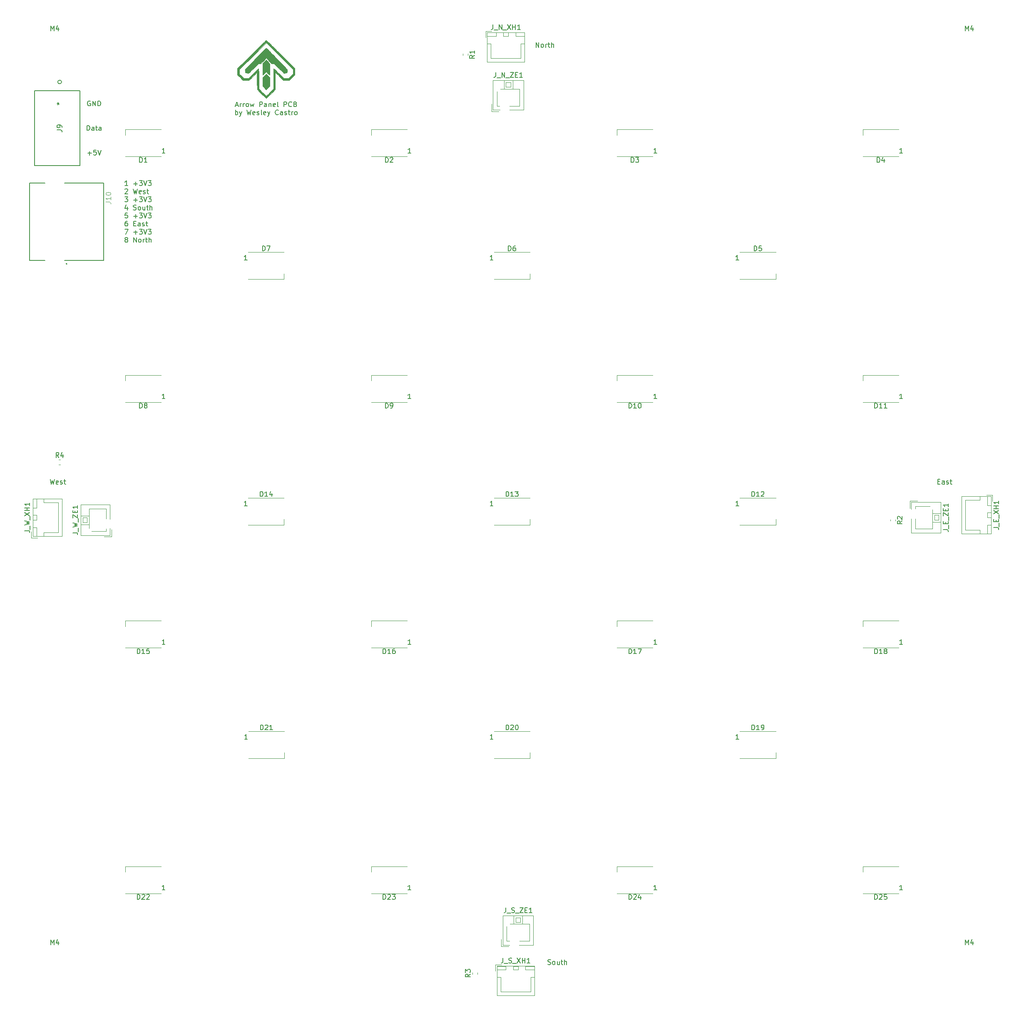
<source format=gbr>
G04 #@! TF.GenerationSoftware,KiCad,Pcbnew,(5.1.7-0-10_14)*
G04 #@! TF.CreationDate,2020-11-21T12:28:25-08:00*
G04 #@! TF.ProjectId,DDR Pad,44445220-5061-4642-9e6b-696361645f70,rev?*
G04 #@! TF.SameCoordinates,Original*
G04 #@! TF.FileFunction,Legend,Top*
G04 #@! TF.FilePolarity,Positive*
%FSLAX46Y46*%
G04 Gerber Fmt 4.6, Leading zero omitted, Abs format (unit mm)*
G04 Created by KiCad (PCBNEW (5.1.7-0-10_14)) date 2020-11-21 12:28:25*
%MOMM*%
%LPD*%
G01*
G04 APERTURE LIST*
%ADD10C,0.150000*%
%ADD11C,0.010000*%
%ADD12C,0.152400*%
%ADD13C,0.120000*%
%ADD14C,0.127000*%
%ADD15C,0.200000*%
%ADD16C,0.015000*%
G04 APERTURE END LIST*
D10*
X21859404Y-33677380D02*
X21287976Y-33677380D01*
X21573690Y-33677380D02*
X21573690Y-32677380D01*
X21478452Y-32820238D01*
X21383214Y-32915476D01*
X21287976Y-32963095D01*
X23049880Y-33296428D02*
X23811785Y-33296428D01*
X23430833Y-33677380D02*
X23430833Y-32915476D01*
X24192738Y-32677380D02*
X24811785Y-32677380D01*
X24478452Y-33058333D01*
X24621309Y-33058333D01*
X24716547Y-33105952D01*
X24764166Y-33153571D01*
X24811785Y-33248809D01*
X24811785Y-33486904D01*
X24764166Y-33582142D01*
X24716547Y-33629761D01*
X24621309Y-33677380D01*
X24335595Y-33677380D01*
X24240357Y-33629761D01*
X24192738Y-33582142D01*
X25097500Y-32677380D02*
X25430833Y-33677380D01*
X25764166Y-32677380D01*
X26002261Y-32677380D02*
X26621309Y-32677380D01*
X26287976Y-33058333D01*
X26430833Y-33058333D01*
X26526071Y-33105952D01*
X26573690Y-33153571D01*
X26621309Y-33248809D01*
X26621309Y-33486904D01*
X26573690Y-33582142D01*
X26526071Y-33629761D01*
X26430833Y-33677380D01*
X26145119Y-33677380D01*
X26049880Y-33629761D01*
X26002261Y-33582142D01*
X21287976Y-34422619D02*
X21335595Y-34375000D01*
X21430833Y-34327380D01*
X21668928Y-34327380D01*
X21764166Y-34375000D01*
X21811785Y-34422619D01*
X21859404Y-34517857D01*
X21859404Y-34613095D01*
X21811785Y-34755952D01*
X21240357Y-35327380D01*
X21859404Y-35327380D01*
X22954642Y-34327380D02*
X23192738Y-35327380D01*
X23383214Y-34613095D01*
X23573690Y-35327380D01*
X23811785Y-34327380D01*
X24573690Y-35279761D02*
X24478452Y-35327380D01*
X24287976Y-35327380D01*
X24192738Y-35279761D01*
X24145119Y-35184523D01*
X24145119Y-34803571D01*
X24192738Y-34708333D01*
X24287976Y-34660714D01*
X24478452Y-34660714D01*
X24573690Y-34708333D01*
X24621309Y-34803571D01*
X24621309Y-34898809D01*
X24145119Y-34994047D01*
X25002261Y-35279761D02*
X25097500Y-35327380D01*
X25287976Y-35327380D01*
X25383214Y-35279761D01*
X25430833Y-35184523D01*
X25430833Y-35136904D01*
X25383214Y-35041666D01*
X25287976Y-34994047D01*
X25145119Y-34994047D01*
X25049880Y-34946428D01*
X25002261Y-34851190D01*
X25002261Y-34803571D01*
X25049880Y-34708333D01*
X25145119Y-34660714D01*
X25287976Y-34660714D01*
X25383214Y-34708333D01*
X25716547Y-34660714D02*
X26097500Y-34660714D01*
X25859404Y-34327380D02*
X25859404Y-35184523D01*
X25907023Y-35279761D01*
X26002261Y-35327380D01*
X26097500Y-35327380D01*
X21240357Y-35977380D02*
X21859404Y-35977380D01*
X21526071Y-36358333D01*
X21668928Y-36358333D01*
X21764166Y-36405952D01*
X21811785Y-36453571D01*
X21859404Y-36548809D01*
X21859404Y-36786904D01*
X21811785Y-36882142D01*
X21764166Y-36929761D01*
X21668928Y-36977380D01*
X21383214Y-36977380D01*
X21287976Y-36929761D01*
X21240357Y-36882142D01*
X23049880Y-36596428D02*
X23811785Y-36596428D01*
X23430833Y-36977380D02*
X23430833Y-36215476D01*
X24192738Y-35977380D02*
X24811785Y-35977380D01*
X24478452Y-36358333D01*
X24621309Y-36358333D01*
X24716547Y-36405952D01*
X24764166Y-36453571D01*
X24811785Y-36548809D01*
X24811785Y-36786904D01*
X24764166Y-36882142D01*
X24716547Y-36929761D01*
X24621309Y-36977380D01*
X24335595Y-36977380D01*
X24240357Y-36929761D01*
X24192738Y-36882142D01*
X25097500Y-35977380D02*
X25430833Y-36977380D01*
X25764166Y-35977380D01*
X26002261Y-35977380D02*
X26621309Y-35977380D01*
X26287976Y-36358333D01*
X26430833Y-36358333D01*
X26526071Y-36405952D01*
X26573690Y-36453571D01*
X26621309Y-36548809D01*
X26621309Y-36786904D01*
X26573690Y-36882142D01*
X26526071Y-36929761D01*
X26430833Y-36977380D01*
X26145119Y-36977380D01*
X26049880Y-36929761D01*
X26002261Y-36882142D01*
X21764166Y-37960714D02*
X21764166Y-38627380D01*
X21526071Y-37579761D02*
X21287976Y-38294047D01*
X21907023Y-38294047D01*
X23002261Y-38579761D02*
X23145119Y-38627380D01*
X23383214Y-38627380D01*
X23478452Y-38579761D01*
X23526071Y-38532142D01*
X23573690Y-38436904D01*
X23573690Y-38341666D01*
X23526071Y-38246428D01*
X23478452Y-38198809D01*
X23383214Y-38151190D01*
X23192738Y-38103571D01*
X23097500Y-38055952D01*
X23049880Y-38008333D01*
X23002261Y-37913095D01*
X23002261Y-37817857D01*
X23049880Y-37722619D01*
X23097500Y-37675000D01*
X23192738Y-37627380D01*
X23430833Y-37627380D01*
X23573690Y-37675000D01*
X24145119Y-38627380D02*
X24049880Y-38579761D01*
X24002261Y-38532142D01*
X23954642Y-38436904D01*
X23954642Y-38151190D01*
X24002261Y-38055952D01*
X24049880Y-38008333D01*
X24145119Y-37960714D01*
X24287976Y-37960714D01*
X24383214Y-38008333D01*
X24430833Y-38055952D01*
X24478452Y-38151190D01*
X24478452Y-38436904D01*
X24430833Y-38532142D01*
X24383214Y-38579761D01*
X24287976Y-38627380D01*
X24145119Y-38627380D01*
X25335595Y-37960714D02*
X25335595Y-38627380D01*
X24907023Y-37960714D02*
X24907023Y-38484523D01*
X24954642Y-38579761D01*
X25049880Y-38627380D01*
X25192738Y-38627380D01*
X25287976Y-38579761D01*
X25335595Y-38532142D01*
X25668928Y-37960714D02*
X26049880Y-37960714D01*
X25811785Y-37627380D02*
X25811785Y-38484523D01*
X25859404Y-38579761D01*
X25954642Y-38627380D01*
X26049880Y-38627380D01*
X26383214Y-38627380D02*
X26383214Y-37627380D01*
X26811785Y-38627380D02*
X26811785Y-38103571D01*
X26764166Y-38008333D01*
X26668928Y-37960714D01*
X26526071Y-37960714D01*
X26430833Y-38008333D01*
X26383214Y-38055952D01*
X21811785Y-39277380D02*
X21335595Y-39277380D01*
X21287976Y-39753571D01*
X21335595Y-39705952D01*
X21430833Y-39658333D01*
X21668928Y-39658333D01*
X21764166Y-39705952D01*
X21811785Y-39753571D01*
X21859404Y-39848809D01*
X21859404Y-40086904D01*
X21811785Y-40182142D01*
X21764166Y-40229761D01*
X21668928Y-40277380D01*
X21430833Y-40277380D01*
X21335595Y-40229761D01*
X21287976Y-40182142D01*
X23049880Y-39896428D02*
X23811785Y-39896428D01*
X23430833Y-40277380D02*
X23430833Y-39515476D01*
X24192738Y-39277380D02*
X24811785Y-39277380D01*
X24478452Y-39658333D01*
X24621309Y-39658333D01*
X24716547Y-39705952D01*
X24764166Y-39753571D01*
X24811785Y-39848809D01*
X24811785Y-40086904D01*
X24764166Y-40182142D01*
X24716547Y-40229761D01*
X24621309Y-40277380D01*
X24335595Y-40277380D01*
X24240357Y-40229761D01*
X24192738Y-40182142D01*
X25097500Y-39277380D02*
X25430833Y-40277380D01*
X25764166Y-39277380D01*
X26002261Y-39277380D02*
X26621309Y-39277380D01*
X26287976Y-39658333D01*
X26430833Y-39658333D01*
X26526071Y-39705952D01*
X26573690Y-39753571D01*
X26621309Y-39848809D01*
X26621309Y-40086904D01*
X26573690Y-40182142D01*
X26526071Y-40229761D01*
X26430833Y-40277380D01*
X26145119Y-40277380D01*
X26049880Y-40229761D01*
X26002261Y-40182142D01*
X21764166Y-40927380D02*
X21573690Y-40927380D01*
X21478452Y-40975000D01*
X21430833Y-41022619D01*
X21335595Y-41165476D01*
X21287976Y-41355952D01*
X21287976Y-41736904D01*
X21335595Y-41832142D01*
X21383214Y-41879761D01*
X21478452Y-41927380D01*
X21668928Y-41927380D01*
X21764166Y-41879761D01*
X21811785Y-41832142D01*
X21859404Y-41736904D01*
X21859404Y-41498809D01*
X21811785Y-41403571D01*
X21764166Y-41355952D01*
X21668928Y-41308333D01*
X21478452Y-41308333D01*
X21383214Y-41355952D01*
X21335595Y-41403571D01*
X21287976Y-41498809D01*
X23049880Y-41403571D02*
X23383214Y-41403571D01*
X23526071Y-41927380D02*
X23049880Y-41927380D01*
X23049880Y-40927380D01*
X23526071Y-40927380D01*
X24383214Y-41927380D02*
X24383214Y-41403571D01*
X24335595Y-41308333D01*
X24240357Y-41260714D01*
X24049880Y-41260714D01*
X23954642Y-41308333D01*
X24383214Y-41879761D02*
X24287976Y-41927380D01*
X24049880Y-41927380D01*
X23954642Y-41879761D01*
X23907023Y-41784523D01*
X23907023Y-41689285D01*
X23954642Y-41594047D01*
X24049880Y-41546428D01*
X24287976Y-41546428D01*
X24383214Y-41498809D01*
X24811785Y-41879761D02*
X24907023Y-41927380D01*
X25097500Y-41927380D01*
X25192738Y-41879761D01*
X25240357Y-41784523D01*
X25240357Y-41736904D01*
X25192738Y-41641666D01*
X25097500Y-41594047D01*
X24954642Y-41594047D01*
X24859404Y-41546428D01*
X24811785Y-41451190D01*
X24811785Y-41403571D01*
X24859404Y-41308333D01*
X24954642Y-41260714D01*
X25097500Y-41260714D01*
X25192738Y-41308333D01*
X25526071Y-41260714D02*
X25907023Y-41260714D01*
X25668928Y-40927380D02*
X25668928Y-41784523D01*
X25716547Y-41879761D01*
X25811785Y-41927380D01*
X25907023Y-41927380D01*
X21240357Y-42577380D02*
X21907023Y-42577380D01*
X21478452Y-43577380D01*
X23049880Y-43196428D02*
X23811785Y-43196428D01*
X23430833Y-43577380D02*
X23430833Y-42815476D01*
X24192738Y-42577380D02*
X24811785Y-42577380D01*
X24478452Y-42958333D01*
X24621309Y-42958333D01*
X24716547Y-43005952D01*
X24764166Y-43053571D01*
X24811785Y-43148809D01*
X24811785Y-43386904D01*
X24764166Y-43482142D01*
X24716547Y-43529761D01*
X24621309Y-43577380D01*
X24335595Y-43577380D01*
X24240357Y-43529761D01*
X24192738Y-43482142D01*
X25097500Y-42577380D02*
X25430833Y-43577380D01*
X25764166Y-42577380D01*
X26002261Y-42577380D02*
X26621309Y-42577380D01*
X26287976Y-42958333D01*
X26430833Y-42958333D01*
X26526071Y-43005952D01*
X26573690Y-43053571D01*
X26621309Y-43148809D01*
X26621309Y-43386904D01*
X26573690Y-43482142D01*
X26526071Y-43529761D01*
X26430833Y-43577380D01*
X26145119Y-43577380D01*
X26049880Y-43529761D01*
X26002261Y-43482142D01*
X21478452Y-44655952D02*
X21383214Y-44608333D01*
X21335595Y-44560714D01*
X21287976Y-44465476D01*
X21287976Y-44417857D01*
X21335595Y-44322619D01*
X21383214Y-44275000D01*
X21478452Y-44227380D01*
X21668928Y-44227380D01*
X21764166Y-44275000D01*
X21811785Y-44322619D01*
X21859404Y-44417857D01*
X21859404Y-44465476D01*
X21811785Y-44560714D01*
X21764166Y-44608333D01*
X21668928Y-44655952D01*
X21478452Y-44655952D01*
X21383214Y-44703571D01*
X21335595Y-44751190D01*
X21287976Y-44846428D01*
X21287976Y-45036904D01*
X21335595Y-45132142D01*
X21383214Y-45179761D01*
X21478452Y-45227380D01*
X21668928Y-45227380D01*
X21764166Y-45179761D01*
X21811785Y-45132142D01*
X21859404Y-45036904D01*
X21859404Y-44846428D01*
X21811785Y-44751190D01*
X21764166Y-44703571D01*
X21668928Y-44655952D01*
X23049880Y-45227380D02*
X23049880Y-44227380D01*
X23621309Y-45227380D01*
X23621309Y-44227380D01*
X24240357Y-45227380D02*
X24145119Y-45179761D01*
X24097500Y-45132142D01*
X24049880Y-45036904D01*
X24049880Y-44751190D01*
X24097500Y-44655952D01*
X24145119Y-44608333D01*
X24240357Y-44560714D01*
X24383214Y-44560714D01*
X24478452Y-44608333D01*
X24526071Y-44655952D01*
X24573690Y-44751190D01*
X24573690Y-45036904D01*
X24526071Y-45132142D01*
X24478452Y-45179761D01*
X24383214Y-45227380D01*
X24240357Y-45227380D01*
X25002261Y-45227380D02*
X25002261Y-44560714D01*
X25002261Y-44751190D02*
X25049880Y-44655952D01*
X25097500Y-44608333D01*
X25192738Y-44560714D01*
X25287976Y-44560714D01*
X25478452Y-44560714D02*
X25859404Y-44560714D01*
X25621309Y-44227380D02*
X25621309Y-45084523D01*
X25668928Y-45179761D01*
X25764166Y-45227380D01*
X25859404Y-45227380D01*
X26192738Y-45227380D02*
X26192738Y-44227380D01*
X26621309Y-45227380D02*
X26621309Y-44703571D01*
X26573690Y-44608333D01*
X26478452Y-44560714D01*
X26335595Y-44560714D01*
X26240357Y-44608333D01*
X26192738Y-44655952D01*
X13714285Y-27071428D02*
X14476190Y-27071428D01*
X14095238Y-27452380D02*
X14095238Y-26690476D01*
X15428571Y-26452380D02*
X14952380Y-26452380D01*
X14904761Y-26928571D01*
X14952380Y-26880952D01*
X15047619Y-26833333D01*
X15285714Y-26833333D01*
X15380952Y-26880952D01*
X15428571Y-26928571D01*
X15476190Y-27023809D01*
X15476190Y-27261904D01*
X15428571Y-27357142D01*
X15380952Y-27404761D01*
X15285714Y-27452380D01*
X15047619Y-27452380D01*
X14952380Y-27404761D01*
X14904761Y-27357142D01*
X15761904Y-26452380D02*
X16095238Y-27452380D01*
X16428571Y-26452380D01*
X13547619Y-22452380D02*
X13547619Y-21452380D01*
X13785714Y-21452380D01*
X13928571Y-21500000D01*
X14023809Y-21595238D01*
X14071428Y-21690476D01*
X14119047Y-21880952D01*
X14119047Y-22023809D01*
X14071428Y-22214285D01*
X14023809Y-22309523D01*
X13928571Y-22404761D01*
X13785714Y-22452380D01*
X13547619Y-22452380D01*
X14976190Y-22452380D02*
X14976190Y-21928571D01*
X14928571Y-21833333D01*
X14833333Y-21785714D01*
X14642857Y-21785714D01*
X14547619Y-21833333D01*
X14976190Y-22404761D02*
X14880952Y-22452380D01*
X14642857Y-22452380D01*
X14547619Y-22404761D01*
X14500000Y-22309523D01*
X14500000Y-22214285D01*
X14547619Y-22119047D01*
X14642857Y-22071428D01*
X14880952Y-22071428D01*
X14976190Y-22023809D01*
X15309523Y-21785714D02*
X15690476Y-21785714D01*
X15452380Y-21452380D02*
X15452380Y-22309523D01*
X15500000Y-22404761D01*
X15595238Y-22452380D01*
X15690476Y-22452380D01*
X16452380Y-22452380D02*
X16452380Y-21928571D01*
X16404761Y-21833333D01*
X16309523Y-21785714D01*
X16119047Y-21785714D01*
X16023809Y-21833333D01*
X16452380Y-22404761D02*
X16357142Y-22452380D01*
X16119047Y-22452380D01*
X16023809Y-22404761D01*
X15976190Y-22309523D01*
X15976190Y-22214285D01*
X16023809Y-22119047D01*
X16119047Y-22071428D01*
X16357142Y-22071428D01*
X16452380Y-22023809D01*
X14238095Y-16500000D02*
X14142857Y-16452380D01*
X14000000Y-16452380D01*
X13857142Y-16500000D01*
X13761904Y-16595238D01*
X13714285Y-16690476D01*
X13666666Y-16880952D01*
X13666666Y-17023809D01*
X13714285Y-17214285D01*
X13761904Y-17309523D01*
X13857142Y-17404761D01*
X14000000Y-17452380D01*
X14095238Y-17452380D01*
X14238095Y-17404761D01*
X14285714Y-17357142D01*
X14285714Y-17023809D01*
X14095238Y-17023809D01*
X14714285Y-17452380D02*
X14714285Y-16452380D01*
X15285714Y-17452380D01*
X15285714Y-16452380D01*
X15761904Y-17452380D02*
X15761904Y-16452380D01*
X16000000Y-16452380D01*
X16142857Y-16500000D01*
X16238095Y-16595238D01*
X16285714Y-16690476D01*
X16333333Y-16880952D01*
X16333333Y-17023809D01*
X16285714Y-17214285D01*
X16238095Y-17309523D01*
X16142857Y-17404761D01*
X16000000Y-17452380D01*
X15761904Y-17452380D01*
X6072380Y-93432380D02*
X6310476Y-94432380D01*
X6500952Y-93718095D01*
X6691428Y-94432380D01*
X6929523Y-93432380D01*
X7691428Y-94384761D02*
X7596190Y-94432380D01*
X7405714Y-94432380D01*
X7310476Y-94384761D01*
X7262857Y-94289523D01*
X7262857Y-93908571D01*
X7310476Y-93813333D01*
X7405714Y-93765714D01*
X7596190Y-93765714D01*
X7691428Y-93813333D01*
X7739047Y-93908571D01*
X7739047Y-94003809D01*
X7262857Y-94099047D01*
X8120000Y-94384761D02*
X8215238Y-94432380D01*
X8405714Y-94432380D01*
X8500952Y-94384761D01*
X8548571Y-94289523D01*
X8548571Y-94241904D01*
X8500952Y-94146666D01*
X8405714Y-94099047D01*
X8262857Y-94099047D01*
X8167619Y-94051428D01*
X8120000Y-93956190D01*
X8120000Y-93908571D01*
X8167619Y-93813333D01*
X8262857Y-93765714D01*
X8405714Y-93765714D01*
X8500952Y-93813333D01*
X8834285Y-93765714D02*
X9215238Y-93765714D01*
X8977142Y-93432380D02*
X8977142Y-94289523D01*
X9024761Y-94384761D01*
X9120000Y-94432380D01*
X9215238Y-94432380D01*
X107291428Y-192174761D02*
X107434285Y-192222380D01*
X107672380Y-192222380D01*
X107767619Y-192174761D01*
X107815238Y-192127142D01*
X107862857Y-192031904D01*
X107862857Y-191936666D01*
X107815238Y-191841428D01*
X107767619Y-191793809D01*
X107672380Y-191746190D01*
X107481904Y-191698571D01*
X107386666Y-191650952D01*
X107339047Y-191603333D01*
X107291428Y-191508095D01*
X107291428Y-191412857D01*
X107339047Y-191317619D01*
X107386666Y-191270000D01*
X107481904Y-191222380D01*
X107720000Y-191222380D01*
X107862857Y-191270000D01*
X108434285Y-192222380D02*
X108339047Y-192174761D01*
X108291428Y-192127142D01*
X108243809Y-192031904D01*
X108243809Y-191746190D01*
X108291428Y-191650952D01*
X108339047Y-191603333D01*
X108434285Y-191555714D01*
X108577142Y-191555714D01*
X108672380Y-191603333D01*
X108720000Y-191650952D01*
X108767619Y-191746190D01*
X108767619Y-192031904D01*
X108720000Y-192127142D01*
X108672380Y-192174761D01*
X108577142Y-192222380D01*
X108434285Y-192222380D01*
X109624761Y-191555714D02*
X109624761Y-192222380D01*
X109196190Y-191555714D02*
X109196190Y-192079523D01*
X109243809Y-192174761D01*
X109339047Y-192222380D01*
X109481904Y-192222380D01*
X109577142Y-192174761D01*
X109624761Y-192127142D01*
X109958095Y-191555714D02*
X110339047Y-191555714D01*
X110100952Y-191222380D02*
X110100952Y-192079523D01*
X110148571Y-192174761D01*
X110243809Y-192222380D01*
X110339047Y-192222380D01*
X110672380Y-192222380D02*
X110672380Y-191222380D01*
X111100952Y-192222380D02*
X111100952Y-191698571D01*
X111053333Y-191603333D01*
X110958095Y-191555714D01*
X110815238Y-191555714D01*
X110720000Y-191603333D01*
X110672380Y-191650952D01*
X186602857Y-93908571D02*
X186936190Y-93908571D01*
X187079047Y-94432380D02*
X186602857Y-94432380D01*
X186602857Y-93432380D01*
X187079047Y-93432380D01*
X187936190Y-94432380D02*
X187936190Y-93908571D01*
X187888571Y-93813333D01*
X187793333Y-93765714D01*
X187602857Y-93765714D01*
X187507619Y-93813333D01*
X187936190Y-94384761D02*
X187840952Y-94432380D01*
X187602857Y-94432380D01*
X187507619Y-94384761D01*
X187460000Y-94289523D01*
X187460000Y-94194285D01*
X187507619Y-94099047D01*
X187602857Y-94051428D01*
X187840952Y-94051428D01*
X187936190Y-94003809D01*
X188364761Y-94384761D02*
X188460000Y-94432380D01*
X188650476Y-94432380D01*
X188745714Y-94384761D01*
X188793333Y-94289523D01*
X188793333Y-94241904D01*
X188745714Y-94146666D01*
X188650476Y-94099047D01*
X188507619Y-94099047D01*
X188412380Y-94051428D01*
X188364761Y-93956190D01*
X188364761Y-93908571D01*
X188412380Y-93813333D01*
X188507619Y-93765714D01*
X188650476Y-93765714D01*
X188745714Y-93813333D01*
X189079047Y-93765714D02*
X189460000Y-93765714D01*
X189221904Y-93432380D02*
X189221904Y-94289523D01*
X189269523Y-94384761D01*
X189364761Y-94432380D01*
X189460000Y-94432380D01*
X104894285Y-5532380D02*
X104894285Y-4532380D01*
X105465714Y-5532380D01*
X105465714Y-4532380D01*
X106084761Y-5532380D02*
X105989523Y-5484761D01*
X105941904Y-5437142D01*
X105894285Y-5341904D01*
X105894285Y-5056190D01*
X105941904Y-4960952D01*
X105989523Y-4913333D01*
X106084761Y-4865714D01*
X106227619Y-4865714D01*
X106322857Y-4913333D01*
X106370476Y-4960952D01*
X106418095Y-5056190D01*
X106418095Y-5341904D01*
X106370476Y-5437142D01*
X106322857Y-5484761D01*
X106227619Y-5532380D01*
X106084761Y-5532380D01*
X106846666Y-5532380D02*
X106846666Y-4865714D01*
X106846666Y-5056190D02*
X106894285Y-4960952D01*
X106941904Y-4913333D01*
X107037142Y-4865714D01*
X107132380Y-4865714D01*
X107322857Y-4865714D02*
X107703809Y-4865714D01*
X107465714Y-4532380D02*
X107465714Y-5389523D01*
X107513333Y-5484761D01*
X107608571Y-5532380D01*
X107703809Y-5532380D01*
X108037142Y-5532380D02*
X108037142Y-4532380D01*
X108465714Y-5532380D02*
X108465714Y-5008571D01*
X108418095Y-4913333D01*
X108322857Y-4865714D01*
X108180000Y-4865714D01*
X108084761Y-4913333D01*
X108037142Y-4960952D01*
X43809523Y-17341666D02*
X44285714Y-17341666D01*
X43714285Y-17627380D02*
X44047619Y-16627380D01*
X44380952Y-17627380D01*
X44714285Y-17627380D02*
X44714285Y-16960714D01*
X44714285Y-17151190D02*
X44761904Y-17055952D01*
X44809523Y-17008333D01*
X44904761Y-16960714D01*
X45000000Y-16960714D01*
X45333333Y-17627380D02*
X45333333Y-16960714D01*
X45333333Y-17151190D02*
X45380952Y-17055952D01*
X45428571Y-17008333D01*
X45523809Y-16960714D01*
X45619047Y-16960714D01*
X46095238Y-17627380D02*
X46000000Y-17579761D01*
X45952380Y-17532142D01*
X45904761Y-17436904D01*
X45904761Y-17151190D01*
X45952380Y-17055952D01*
X46000000Y-17008333D01*
X46095238Y-16960714D01*
X46238095Y-16960714D01*
X46333333Y-17008333D01*
X46380952Y-17055952D01*
X46428571Y-17151190D01*
X46428571Y-17436904D01*
X46380952Y-17532142D01*
X46333333Y-17579761D01*
X46238095Y-17627380D01*
X46095238Y-17627380D01*
X46761904Y-16960714D02*
X46952380Y-17627380D01*
X47142857Y-17151190D01*
X47333333Y-17627380D01*
X47523809Y-16960714D01*
X48666666Y-17627380D02*
X48666666Y-16627380D01*
X49047619Y-16627380D01*
X49142857Y-16675000D01*
X49190476Y-16722619D01*
X49238095Y-16817857D01*
X49238095Y-16960714D01*
X49190476Y-17055952D01*
X49142857Y-17103571D01*
X49047619Y-17151190D01*
X48666666Y-17151190D01*
X50095238Y-17627380D02*
X50095238Y-17103571D01*
X50047619Y-17008333D01*
X49952380Y-16960714D01*
X49761904Y-16960714D01*
X49666666Y-17008333D01*
X50095238Y-17579761D02*
X50000000Y-17627380D01*
X49761904Y-17627380D01*
X49666666Y-17579761D01*
X49619047Y-17484523D01*
X49619047Y-17389285D01*
X49666666Y-17294047D01*
X49761904Y-17246428D01*
X50000000Y-17246428D01*
X50095238Y-17198809D01*
X50571428Y-16960714D02*
X50571428Y-17627380D01*
X50571428Y-17055952D02*
X50619047Y-17008333D01*
X50714285Y-16960714D01*
X50857142Y-16960714D01*
X50952380Y-17008333D01*
X51000000Y-17103571D01*
X51000000Y-17627380D01*
X51857142Y-17579761D02*
X51761904Y-17627380D01*
X51571428Y-17627380D01*
X51476190Y-17579761D01*
X51428571Y-17484523D01*
X51428571Y-17103571D01*
X51476190Y-17008333D01*
X51571428Y-16960714D01*
X51761904Y-16960714D01*
X51857142Y-17008333D01*
X51904761Y-17103571D01*
X51904761Y-17198809D01*
X51428571Y-17294047D01*
X52476190Y-17627380D02*
X52380952Y-17579761D01*
X52333333Y-17484523D01*
X52333333Y-16627380D01*
X53619047Y-17627380D02*
X53619047Y-16627380D01*
X54000000Y-16627380D01*
X54095238Y-16675000D01*
X54142857Y-16722619D01*
X54190476Y-16817857D01*
X54190476Y-16960714D01*
X54142857Y-17055952D01*
X54095238Y-17103571D01*
X54000000Y-17151190D01*
X53619047Y-17151190D01*
X55190476Y-17532142D02*
X55142857Y-17579761D01*
X55000000Y-17627380D01*
X54904761Y-17627380D01*
X54761904Y-17579761D01*
X54666666Y-17484523D01*
X54619047Y-17389285D01*
X54571428Y-17198809D01*
X54571428Y-17055952D01*
X54619047Y-16865476D01*
X54666666Y-16770238D01*
X54761904Y-16675000D01*
X54904761Y-16627380D01*
X55000000Y-16627380D01*
X55142857Y-16675000D01*
X55190476Y-16722619D01*
X55952380Y-17103571D02*
X56095238Y-17151190D01*
X56142857Y-17198809D01*
X56190476Y-17294047D01*
X56190476Y-17436904D01*
X56142857Y-17532142D01*
X56095238Y-17579761D01*
X56000000Y-17627380D01*
X55619047Y-17627380D01*
X55619047Y-16627380D01*
X55952380Y-16627380D01*
X56047619Y-16675000D01*
X56095238Y-16722619D01*
X56142857Y-16817857D01*
X56142857Y-16913095D01*
X56095238Y-17008333D01*
X56047619Y-17055952D01*
X55952380Y-17103571D01*
X55619047Y-17103571D01*
X43761904Y-19277380D02*
X43761904Y-18277380D01*
X43761904Y-18658333D02*
X43857142Y-18610714D01*
X44047619Y-18610714D01*
X44142857Y-18658333D01*
X44190476Y-18705952D01*
X44238095Y-18801190D01*
X44238095Y-19086904D01*
X44190476Y-19182142D01*
X44142857Y-19229761D01*
X44047619Y-19277380D01*
X43857142Y-19277380D01*
X43761904Y-19229761D01*
X44571428Y-18610714D02*
X44809523Y-19277380D01*
X45047619Y-18610714D02*
X44809523Y-19277380D01*
X44714285Y-19515476D01*
X44666666Y-19563095D01*
X44571428Y-19610714D01*
X46095238Y-18277380D02*
X46333333Y-19277380D01*
X46523809Y-18563095D01*
X46714285Y-19277380D01*
X46952380Y-18277380D01*
X47714285Y-19229761D02*
X47619047Y-19277380D01*
X47428571Y-19277380D01*
X47333333Y-19229761D01*
X47285714Y-19134523D01*
X47285714Y-18753571D01*
X47333333Y-18658333D01*
X47428571Y-18610714D01*
X47619047Y-18610714D01*
X47714285Y-18658333D01*
X47761904Y-18753571D01*
X47761904Y-18848809D01*
X47285714Y-18944047D01*
X48142857Y-19229761D02*
X48238095Y-19277380D01*
X48428571Y-19277380D01*
X48523809Y-19229761D01*
X48571428Y-19134523D01*
X48571428Y-19086904D01*
X48523809Y-18991666D01*
X48428571Y-18944047D01*
X48285714Y-18944047D01*
X48190476Y-18896428D01*
X48142857Y-18801190D01*
X48142857Y-18753571D01*
X48190476Y-18658333D01*
X48285714Y-18610714D01*
X48428571Y-18610714D01*
X48523809Y-18658333D01*
X49142857Y-19277380D02*
X49047619Y-19229761D01*
X49000000Y-19134523D01*
X49000000Y-18277380D01*
X49904761Y-19229761D02*
X49809523Y-19277380D01*
X49619047Y-19277380D01*
X49523809Y-19229761D01*
X49476190Y-19134523D01*
X49476190Y-18753571D01*
X49523809Y-18658333D01*
X49619047Y-18610714D01*
X49809523Y-18610714D01*
X49904761Y-18658333D01*
X49952380Y-18753571D01*
X49952380Y-18848809D01*
X49476190Y-18944047D01*
X50285714Y-18610714D02*
X50523809Y-19277380D01*
X50761904Y-18610714D02*
X50523809Y-19277380D01*
X50428571Y-19515476D01*
X50380952Y-19563095D01*
X50285714Y-19610714D01*
X52476190Y-19182142D02*
X52428571Y-19229761D01*
X52285714Y-19277380D01*
X52190476Y-19277380D01*
X52047619Y-19229761D01*
X51952380Y-19134523D01*
X51904761Y-19039285D01*
X51857142Y-18848809D01*
X51857142Y-18705952D01*
X51904761Y-18515476D01*
X51952380Y-18420238D01*
X52047619Y-18325000D01*
X52190476Y-18277380D01*
X52285714Y-18277380D01*
X52428571Y-18325000D01*
X52476190Y-18372619D01*
X53333333Y-19277380D02*
X53333333Y-18753571D01*
X53285714Y-18658333D01*
X53190476Y-18610714D01*
X53000000Y-18610714D01*
X52904761Y-18658333D01*
X53333333Y-19229761D02*
X53238095Y-19277380D01*
X53000000Y-19277380D01*
X52904761Y-19229761D01*
X52857142Y-19134523D01*
X52857142Y-19039285D01*
X52904761Y-18944047D01*
X53000000Y-18896428D01*
X53238095Y-18896428D01*
X53333333Y-18848809D01*
X53761904Y-19229761D02*
X53857142Y-19277380D01*
X54047619Y-19277380D01*
X54142857Y-19229761D01*
X54190476Y-19134523D01*
X54190476Y-19086904D01*
X54142857Y-18991666D01*
X54047619Y-18944047D01*
X53904761Y-18944047D01*
X53809523Y-18896428D01*
X53761904Y-18801190D01*
X53761904Y-18753571D01*
X53809523Y-18658333D01*
X53904761Y-18610714D01*
X54047619Y-18610714D01*
X54142857Y-18658333D01*
X54476190Y-18610714D02*
X54857142Y-18610714D01*
X54619047Y-18277380D02*
X54619047Y-19134523D01*
X54666666Y-19229761D01*
X54761904Y-19277380D01*
X54857142Y-19277380D01*
X55190476Y-19277380D02*
X55190476Y-18610714D01*
X55190476Y-18801190D02*
X55238095Y-18705952D01*
X55285714Y-18658333D01*
X55380952Y-18610714D01*
X55476190Y-18610714D01*
X55952380Y-19277380D02*
X55857142Y-19229761D01*
X55809523Y-19182142D01*
X55761904Y-19086904D01*
X55761904Y-18801190D01*
X55809523Y-18705952D01*
X55857142Y-18658333D01*
X55952380Y-18610714D01*
X56095238Y-18610714D01*
X56190476Y-18658333D01*
X56238095Y-18705952D01*
X56285714Y-18801190D01*
X56285714Y-19086904D01*
X56238095Y-19182142D01*
X56190476Y-19229761D01*
X56095238Y-19277380D01*
X55952380Y-19277380D01*
D11*
G36*
X50036043Y-4110611D02*
G01*
X50119708Y-4184362D01*
X50249188Y-4303982D01*
X50421710Y-4466772D01*
X50634498Y-4670035D01*
X50884778Y-4911071D01*
X51169775Y-5187182D01*
X51486714Y-5495670D01*
X51832820Y-5833836D01*
X52205318Y-6198981D01*
X52601435Y-6588408D01*
X53018395Y-6999418D01*
X53453422Y-7429312D01*
X53903744Y-7875391D01*
X54179864Y-8149428D01*
X55842241Y-9800428D01*
X55842121Y-10469075D01*
X55842000Y-11137721D01*
X55290164Y-11693718D01*
X54738328Y-12249714D01*
X53469059Y-12249714D01*
X52685969Y-11469571D01*
X52490061Y-11275224D01*
X52310377Y-11098548D01*
X52153397Y-10945790D01*
X52025600Y-10823197D01*
X51933466Y-10737016D01*
X51883476Y-10693494D01*
X51876726Y-10689428D01*
X51871462Y-10724536D01*
X51866553Y-10825145D01*
X51862105Y-10984188D01*
X51858227Y-11194595D01*
X51855027Y-11449297D01*
X51852613Y-11741226D01*
X51851092Y-12063312D01*
X51850572Y-12403120D01*
X51850572Y-14116812D01*
X50951692Y-15015691D01*
X50740553Y-15225353D01*
X50544033Y-15417673D01*
X50368340Y-15586792D01*
X50219685Y-15726848D01*
X50104278Y-15831979D01*
X50028329Y-15896324D01*
X49999376Y-15914571D01*
X49962088Y-15889693D01*
X49880088Y-15818971D01*
X49759577Y-15708272D01*
X49606761Y-15563465D01*
X49427841Y-15390416D01*
X49229022Y-15194994D01*
X49048044Y-15014707D01*
X48150149Y-14114842D01*
X48140717Y-12393064D01*
X48131286Y-10671285D01*
X47330352Y-11460500D01*
X46529418Y-12249714D01*
X45261672Y-12249714D01*
X44709836Y-11693718D01*
X44158000Y-11137721D01*
X44158000Y-10023214D01*
X44585151Y-10023214D01*
X44587572Y-10508268D01*
X44589992Y-10993321D01*
X45017500Y-11421946D01*
X45445009Y-11850571D01*
X46408033Y-11850571D01*
X47409447Y-10861785D01*
X47632677Y-10642398D01*
X47840712Y-10439913D01*
X48027731Y-10259851D01*
X48187911Y-10107732D01*
X48315430Y-9989074D01*
X48404465Y-9909396D01*
X48449195Y-9874219D01*
X48452502Y-9873000D01*
X48462136Y-9893585D01*
X48470569Y-9957763D01*
X48477891Y-10069163D01*
X48484193Y-10231417D01*
X48489565Y-10448155D01*
X48494098Y-10723007D01*
X48497882Y-11059605D01*
X48501007Y-11461580D01*
X48503521Y-11923125D01*
X48512898Y-13973250D01*
X49247046Y-14708053D01*
X49435994Y-14896560D01*
X49608180Y-15067177D01*
X49757001Y-15213455D01*
X49875855Y-15328943D01*
X49958137Y-15407192D01*
X49997245Y-15441753D01*
X49999344Y-15442857D01*
X50028665Y-15418214D01*
X50102575Y-15348579D01*
X50214468Y-15240396D01*
X50357734Y-15100108D01*
X50525768Y-14934155D01*
X50711961Y-14748983D01*
X50752605Y-14708403D01*
X51487714Y-13973949D01*
X51487714Y-11936428D01*
X51487865Y-11497821D01*
X51488423Y-11126233D01*
X51489546Y-10816113D01*
X51491391Y-10561910D01*
X51494116Y-10358070D01*
X51497879Y-10199044D01*
X51502838Y-10079279D01*
X51509151Y-9993224D01*
X51516974Y-9935328D01*
X51526466Y-9900037D01*
X51537786Y-9881802D01*
X51546247Y-9876446D01*
X51578826Y-9886578D01*
X51643225Y-9932329D01*
X51742398Y-10016412D01*
X51879297Y-10141540D01*
X52056873Y-10310424D01*
X52278080Y-10525778D01*
X52545868Y-10790315D01*
X52607605Y-10851680D01*
X53610429Y-11849375D01*
X54082143Y-11849323D01*
X54553857Y-11849272D01*
X54998357Y-11413565D01*
X55442857Y-10977857D01*
X55442857Y-10017961D01*
X52730500Y-7306060D01*
X50018143Y-4594158D01*
X44585151Y-10023214D01*
X44158000Y-10023214D01*
X44158000Y-9801114D01*
X44947214Y-9021425D01*
X45305478Y-8667708D01*
X45714761Y-8264031D01*
X46174235Y-7811211D01*
X46683071Y-7310063D01*
X47240439Y-6761405D01*
X47845509Y-6166053D01*
X48497454Y-5524824D01*
X48883047Y-5145667D01*
X49114993Y-4918519D01*
X49331701Y-4708033D01*
X49527575Y-4519518D01*
X49697016Y-4358283D01*
X49834428Y-4229636D01*
X49934212Y-4138887D01*
X49990771Y-4091344D01*
X50000969Y-4085428D01*
X50036043Y-4110611D01*
G37*
X50036043Y-4110611D02*
X50119708Y-4184362D01*
X50249188Y-4303982D01*
X50421710Y-4466772D01*
X50634498Y-4670035D01*
X50884778Y-4911071D01*
X51169775Y-5187182D01*
X51486714Y-5495670D01*
X51832820Y-5833836D01*
X52205318Y-6198981D01*
X52601435Y-6588408D01*
X53018395Y-6999418D01*
X53453422Y-7429312D01*
X53903744Y-7875391D01*
X54179864Y-8149428D01*
X55842241Y-9800428D01*
X55842121Y-10469075D01*
X55842000Y-11137721D01*
X55290164Y-11693718D01*
X54738328Y-12249714D01*
X53469059Y-12249714D01*
X52685969Y-11469571D01*
X52490061Y-11275224D01*
X52310377Y-11098548D01*
X52153397Y-10945790D01*
X52025600Y-10823197D01*
X51933466Y-10737016D01*
X51883476Y-10693494D01*
X51876726Y-10689428D01*
X51871462Y-10724536D01*
X51866553Y-10825145D01*
X51862105Y-10984188D01*
X51858227Y-11194595D01*
X51855027Y-11449297D01*
X51852613Y-11741226D01*
X51851092Y-12063312D01*
X51850572Y-12403120D01*
X51850572Y-14116812D01*
X50951692Y-15015691D01*
X50740553Y-15225353D01*
X50544033Y-15417673D01*
X50368340Y-15586792D01*
X50219685Y-15726848D01*
X50104278Y-15831979D01*
X50028329Y-15896324D01*
X49999376Y-15914571D01*
X49962088Y-15889693D01*
X49880088Y-15818971D01*
X49759577Y-15708272D01*
X49606761Y-15563465D01*
X49427841Y-15390416D01*
X49229022Y-15194994D01*
X49048044Y-15014707D01*
X48150149Y-14114842D01*
X48140717Y-12393064D01*
X48131286Y-10671285D01*
X47330352Y-11460500D01*
X46529418Y-12249714D01*
X45261672Y-12249714D01*
X44709836Y-11693718D01*
X44158000Y-11137721D01*
X44158000Y-10023214D01*
X44585151Y-10023214D01*
X44587572Y-10508268D01*
X44589992Y-10993321D01*
X45017500Y-11421946D01*
X45445009Y-11850571D01*
X46408033Y-11850571D01*
X47409447Y-10861785D01*
X47632677Y-10642398D01*
X47840712Y-10439913D01*
X48027731Y-10259851D01*
X48187911Y-10107732D01*
X48315430Y-9989074D01*
X48404465Y-9909396D01*
X48449195Y-9874219D01*
X48452502Y-9873000D01*
X48462136Y-9893585D01*
X48470569Y-9957763D01*
X48477891Y-10069163D01*
X48484193Y-10231417D01*
X48489565Y-10448155D01*
X48494098Y-10723007D01*
X48497882Y-11059605D01*
X48501007Y-11461580D01*
X48503521Y-11923125D01*
X48512898Y-13973250D01*
X49247046Y-14708053D01*
X49435994Y-14896560D01*
X49608180Y-15067177D01*
X49757001Y-15213455D01*
X49875855Y-15328943D01*
X49958137Y-15407192D01*
X49997245Y-15441753D01*
X49999344Y-15442857D01*
X50028665Y-15418214D01*
X50102575Y-15348579D01*
X50214468Y-15240396D01*
X50357734Y-15100108D01*
X50525768Y-14934155D01*
X50711961Y-14748983D01*
X50752605Y-14708403D01*
X51487714Y-13973949D01*
X51487714Y-11936428D01*
X51487865Y-11497821D01*
X51488423Y-11126233D01*
X51489546Y-10816113D01*
X51491391Y-10561910D01*
X51494116Y-10358070D01*
X51497879Y-10199044D01*
X51502838Y-10079279D01*
X51509151Y-9993224D01*
X51516974Y-9935328D01*
X51526466Y-9900037D01*
X51537786Y-9881802D01*
X51546247Y-9876446D01*
X51578826Y-9886578D01*
X51643225Y-9932329D01*
X51742398Y-10016412D01*
X51879297Y-10141540D01*
X52056873Y-10310424D01*
X52278080Y-10525778D01*
X52545868Y-10790315D01*
X52607605Y-10851680D01*
X53610429Y-11849375D01*
X54082143Y-11849323D01*
X54553857Y-11849272D01*
X54998357Y-11413565D01*
X55442857Y-10977857D01*
X55442857Y-10017961D01*
X52730500Y-7306060D01*
X50018143Y-4594158D01*
X44585151Y-10023214D01*
X44158000Y-10023214D01*
X44158000Y-9801114D01*
X44947214Y-9021425D01*
X45305478Y-8667708D01*
X45714761Y-8264031D01*
X46174235Y-7811211D01*
X46683071Y-7310063D01*
X47240439Y-6761405D01*
X47845509Y-6166053D01*
X48497454Y-5524824D01*
X48883047Y-5145667D01*
X49114993Y-4918519D01*
X49331701Y-4708033D01*
X49527575Y-4519518D01*
X49697016Y-4358283D01*
X49834428Y-4229636D01*
X49934212Y-4138887D01*
X49990771Y-4091344D01*
X50000969Y-4085428D01*
X50036043Y-4110611D01*
G36*
X50059002Y-11004326D02*
G01*
X50136871Y-11071853D01*
X50244388Y-11172835D01*
X50371259Y-11297812D01*
X50412348Y-11339375D01*
X50765708Y-11699037D01*
X50754783Y-12564018D01*
X50743857Y-13429000D01*
X50375475Y-13796035D01*
X50007092Y-14163070D01*
X49640689Y-13795415D01*
X49274286Y-13427761D01*
X49274286Y-11685924D01*
X49628721Y-11332819D01*
X49760344Y-11204294D01*
X49875526Y-11096689D01*
X49963821Y-11019403D01*
X50014785Y-10981837D01*
X50021072Y-10979714D01*
X50059002Y-11004326D01*
G37*
X50059002Y-11004326D02*
X50136871Y-11071853D01*
X50244388Y-11172835D01*
X50371259Y-11297812D01*
X50412348Y-11339375D01*
X50765708Y-11699037D01*
X50754783Y-12564018D01*
X50743857Y-13429000D01*
X50375475Y-13796035D01*
X50007092Y-14163070D01*
X49640689Y-13795415D01*
X49274286Y-13427761D01*
X49274286Y-11685924D01*
X49628721Y-11332819D01*
X49760344Y-11204294D01*
X49875526Y-11096689D01*
X49963821Y-11019403D01*
X50014785Y-10981837D01*
X50021072Y-10979714D01*
X50059002Y-11004326D01*
G36*
X50135467Y-8226316D02*
G01*
X50222343Y-8308654D01*
X50338534Y-8424593D01*
X50464282Y-8554267D01*
X50517072Y-8610048D01*
X50762000Y-8871096D01*
X50762000Y-9999115D01*
X50761683Y-10317383D01*
X50760473Y-10570592D01*
X50757985Y-10766252D01*
X50753831Y-10911873D01*
X50747624Y-11014965D01*
X50738978Y-11083038D01*
X50727507Y-11123604D01*
X50712823Y-11144171D01*
X50702748Y-11149871D01*
X50656104Y-11141491D01*
X50578375Y-11088439D01*
X50464409Y-10986633D01*
X50334933Y-10858447D01*
X50214187Y-10737335D01*
X50111633Y-10637894D01*
X50037904Y-10570195D01*
X50003631Y-10544311D01*
X50003312Y-10544285D01*
X49970238Y-10568546D01*
X49897189Y-10634614D01*
X49794936Y-10732418D01*
X49674251Y-10851887D01*
X49673429Y-10852714D01*
X49550212Y-10972780D01*
X49442217Y-11071010D01*
X49361171Y-11137198D01*
X49319017Y-11161142D01*
X49305678Y-11148855D01*
X49295259Y-11107692D01*
X49287559Y-11031198D01*
X49282374Y-10912921D01*
X49279501Y-10746407D01*
X49278739Y-10525203D01*
X49279883Y-10242854D01*
X49281930Y-9980401D01*
X49292429Y-8799660D01*
X49645609Y-8451646D01*
X49998790Y-8103632D01*
X50135467Y-8226316D01*
G37*
X50135467Y-8226316D02*
X50222343Y-8308654D01*
X50338534Y-8424593D01*
X50464282Y-8554267D01*
X50517072Y-8610048D01*
X50762000Y-8871096D01*
X50762000Y-9999115D01*
X50761683Y-10317383D01*
X50760473Y-10570592D01*
X50757985Y-10766252D01*
X50753831Y-10911873D01*
X50747624Y-11014965D01*
X50738978Y-11083038D01*
X50727507Y-11123604D01*
X50712823Y-11144171D01*
X50702748Y-11149871D01*
X50656104Y-11141491D01*
X50578375Y-11088439D01*
X50464409Y-10986633D01*
X50334933Y-10858447D01*
X50214187Y-10737335D01*
X50111633Y-10637894D01*
X50037904Y-10570195D01*
X50003631Y-10544311D01*
X50003312Y-10544285D01*
X49970238Y-10568546D01*
X49897189Y-10634614D01*
X49794936Y-10732418D01*
X49674251Y-10851887D01*
X49673429Y-10852714D01*
X49550212Y-10972780D01*
X49442217Y-11071010D01*
X49361171Y-11137198D01*
X49319017Y-11161142D01*
X49305678Y-11148855D01*
X49295259Y-11107692D01*
X49287559Y-11031198D01*
X49282374Y-10912921D01*
X49279501Y-10746407D01*
X49278739Y-10525203D01*
X49279883Y-10242854D01*
X49281930Y-9980401D01*
X49292429Y-8799660D01*
X49645609Y-8451646D01*
X49998790Y-8103632D01*
X50135467Y-8226316D01*
G36*
X50038328Y-5699562D02*
G01*
X50075481Y-5727500D01*
X50131424Y-5775683D01*
X50208547Y-5846495D01*
X50309238Y-5942322D01*
X50435888Y-6065549D01*
X50590886Y-6218561D01*
X50776621Y-6403744D01*
X50995483Y-6623483D01*
X51249861Y-6880163D01*
X51542144Y-7176170D01*
X51874721Y-7513889D01*
X52249983Y-7895705D01*
X52670319Y-8324003D01*
X53138117Y-8801170D01*
X53297009Y-8963330D01*
X54325493Y-10013089D01*
X54300501Y-10324044D01*
X54284345Y-10470977D01*
X54263028Y-10592119D01*
X54240336Y-10667596D01*
X54232790Y-10679525D01*
X54176304Y-10706038D01*
X54069429Y-10733439D01*
X53934222Y-10758372D01*
X53792740Y-10777483D01*
X53667043Y-10787418D01*
X53579187Y-10784821D01*
X53563945Y-10781248D01*
X53524858Y-10751510D01*
X53440731Y-10676067D01*
X53317636Y-10560736D01*
X53161641Y-10411334D01*
X52978818Y-10233678D01*
X52775234Y-10033586D01*
X52556962Y-9816875D01*
X52540000Y-9799946D01*
X51578429Y-8839856D01*
X51336994Y-8839357D01*
X51095560Y-8838857D01*
X50753641Y-8485071D01*
X50604987Y-8330542D01*
X50453722Y-8172075D01*
X50317646Y-8028390D01*
X50215411Y-7919122D01*
X50019100Y-7706959D01*
X48929572Y-8839673D01*
X48693715Y-8840404D01*
X48457857Y-8841135D01*
X47783257Y-9502210D01*
X47487849Y-9791723D01*
X47239782Y-10034625D01*
X47034471Y-10235000D01*
X46867328Y-10396932D01*
X46733767Y-10524505D01*
X46629201Y-10621804D01*
X46549042Y-10692914D01*
X46488705Y-10741918D01*
X46443603Y-10772900D01*
X46409148Y-10789945D01*
X46380754Y-10797137D01*
X46353835Y-10798561D01*
X46327720Y-10798285D01*
X46239422Y-10794416D01*
X46189165Y-10784948D01*
X46186976Y-10783436D01*
X46144794Y-10772539D01*
X46055880Y-10762292D01*
X46008572Y-10758902D01*
X45899903Y-10746352D01*
X45819987Y-10726266D01*
X45803301Y-10717677D01*
X45777656Y-10667093D01*
X45753255Y-10567330D01*
X45737892Y-10460998D01*
X45721982Y-10322105D01*
X45705260Y-10197609D01*
X45694799Y-10133556D01*
X45692873Y-10102119D01*
X45702289Y-10065840D01*
X45727995Y-10018973D01*
X45774937Y-9955772D01*
X45848063Y-9870490D01*
X45952321Y-9757381D01*
X46092658Y-9610699D01*
X46274021Y-9424697D01*
X46501358Y-9193631D01*
X46522707Y-9171984D01*
X46861711Y-8827987D01*
X47223875Y-8459916D01*
X47599434Y-8077728D01*
X47978626Y-7691382D01*
X48351685Y-7310834D01*
X48708848Y-6946043D01*
X49040351Y-6606967D01*
X49336429Y-6303562D01*
X49492749Y-6143053D01*
X49674476Y-5959527D01*
X49813636Y-5826769D01*
X49915068Y-5740599D01*
X49983609Y-5696836D01*
X50017577Y-5689482D01*
X50038328Y-5699562D01*
G37*
X50038328Y-5699562D02*
X50075481Y-5727500D01*
X50131424Y-5775683D01*
X50208547Y-5846495D01*
X50309238Y-5942322D01*
X50435888Y-6065549D01*
X50590886Y-6218561D01*
X50776621Y-6403744D01*
X50995483Y-6623483D01*
X51249861Y-6880163D01*
X51542144Y-7176170D01*
X51874721Y-7513889D01*
X52249983Y-7895705D01*
X52670319Y-8324003D01*
X53138117Y-8801170D01*
X53297009Y-8963330D01*
X54325493Y-10013089D01*
X54300501Y-10324044D01*
X54284345Y-10470977D01*
X54263028Y-10592119D01*
X54240336Y-10667596D01*
X54232790Y-10679525D01*
X54176304Y-10706038D01*
X54069429Y-10733439D01*
X53934222Y-10758372D01*
X53792740Y-10777483D01*
X53667043Y-10787418D01*
X53579187Y-10784821D01*
X53563945Y-10781248D01*
X53524858Y-10751510D01*
X53440731Y-10676067D01*
X53317636Y-10560736D01*
X53161641Y-10411334D01*
X52978818Y-10233678D01*
X52775234Y-10033586D01*
X52556962Y-9816875D01*
X52540000Y-9799946D01*
X51578429Y-8839856D01*
X51336994Y-8839357D01*
X51095560Y-8838857D01*
X50753641Y-8485071D01*
X50604987Y-8330542D01*
X50453722Y-8172075D01*
X50317646Y-8028390D01*
X50215411Y-7919122D01*
X50019100Y-7706959D01*
X48929572Y-8839673D01*
X48693715Y-8840404D01*
X48457857Y-8841135D01*
X47783257Y-9502210D01*
X47487849Y-9791723D01*
X47239782Y-10034625D01*
X47034471Y-10235000D01*
X46867328Y-10396932D01*
X46733767Y-10524505D01*
X46629201Y-10621804D01*
X46549042Y-10692914D01*
X46488705Y-10741918D01*
X46443603Y-10772900D01*
X46409148Y-10789945D01*
X46380754Y-10797137D01*
X46353835Y-10798561D01*
X46327720Y-10798285D01*
X46239422Y-10794416D01*
X46189165Y-10784948D01*
X46186976Y-10783436D01*
X46144794Y-10772539D01*
X46055880Y-10762292D01*
X46008572Y-10758902D01*
X45899903Y-10746352D01*
X45819987Y-10726266D01*
X45803301Y-10717677D01*
X45777656Y-10667093D01*
X45753255Y-10567330D01*
X45737892Y-10460998D01*
X45721982Y-10322105D01*
X45705260Y-10197609D01*
X45694799Y-10133556D01*
X45692873Y-10102119D01*
X45702289Y-10065840D01*
X45727995Y-10018973D01*
X45774937Y-9955772D01*
X45848063Y-9870490D01*
X45952321Y-9757381D01*
X46092658Y-9610699D01*
X46274021Y-9424697D01*
X46501358Y-9193631D01*
X46522707Y-9171984D01*
X46861711Y-8827987D01*
X47223875Y-8459916D01*
X47599434Y-8077728D01*
X47978626Y-7691382D01*
X48351685Y-7310834D01*
X48708848Y-6946043D01*
X49040351Y-6606967D01*
X49336429Y-6303562D01*
X49492749Y-6143053D01*
X49674476Y-5959527D01*
X49813636Y-5826769D01*
X49915068Y-5740599D01*
X49983609Y-5696836D01*
X50017577Y-5689482D01*
X50038328Y-5699562D01*
D12*
X2873000Y-14373000D02*
X2873000Y-29627001D01*
X2873000Y-29627001D02*
X12127000Y-29627001D01*
X12127000Y-29627001D02*
X12127000Y-14373000D01*
X12127000Y-14373000D02*
X2873000Y-14373000D01*
X8381000Y-12595000D02*
G75*
G03*
X8381000Y-12595000I-381000J0D01*
G01*
D13*
X7837221Y-89490000D02*
X8162779Y-89490000D01*
X7837221Y-90510000D02*
X8162779Y-90510000D01*
X91990000Y-194162779D02*
X91990000Y-193837221D01*
X93010000Y-194162779D02*
X93010000Y-193837221D01*
X178010000Y-101624721D02*
X178010000Y-101950279D01*
X176990000Y-101624721D02*
X176990000Y-101950279D01*
X91010000Y-6837221D02*
X91010000Y-7162779D01*
X89990000Y-6837221D02*
X89990000Y-7162779D01*
X18260000Y-103460000D02*
X18260000Y-104860000D01*
X18260000Y-104860000D02*
X12290000Y-104860000D01*
X12290000Y-104860000D02*
X12290000Y-98640000D01*
X12290000Y-98640000D02*
X18260000Y-98640000D01*
X18260000Y-98640000D02*
X18260000Y-101540000D01*
X12290000Y-102640000D02*
X13990000Y-102640000D01*
X13990000Y-102640000D02*
X13990000Y-100860000D01*
X13990000Y-100860000D02*
X12290000Y-100860000D01*
X12290000Y-100860000D02*
X12290000Y-102640000D01*
X12690000Y-102240000D02*
X13590000Y-102240000D01*
X13590000Y-102240000D02*
X13590000Y-101260000D01*
X13590000Y-101260000D02*
X12690000Y-101260000D01*
X12690000Y-101260000D02*
X12690000Y-102240000D01*
X13990000Y-102640000D02*
X13990000Y-103400000D01*
X14500000Y-104060000D02*
X17460000Y-104060000D01*
X17460000Y-104060000D02*
X17460000Y-103500000D01*
X13990000Y-100860000D02*
X13990000Y-99440000D01*
X13990000Y-99440000D02*
X17460000Y-99440000D01*
X17460000Y-99440000D02*
X17460000Y-101500000D01*
X17060000Y-105160000D02*
X18560000Y-105160000D01*
X18560000Y-105160000D02*
X18560000Y-103660000D01*
X2540000Y-105060000D02*
X8510000Y-105060000D01*
X8510000Y-105060000D02*
X8510000Y-97440000D01*
X8510000Y-97440000D02*
X2540000Y-97440000D01*
X2540000Y-97440000D02*
X2540000Y-105060000D01*
X2550000Y-101750000D02*
X3300000Y-101750000D01*
X3300000Y-101750000D02*
X3300000Y-100750000D01*
X3300000Y-100750000D02*
X2550000Y-100750000D01*
X2550000Y-100750000D02*
X2550000Y-101750000D01*
X2550000Y-105050000D02*
X3300000Y-105050000D01*
X3300000Y-105050000D02*
X3300000Y-103250000D01*
X3300000Y-103250000D02*
X2550000Y-103250000D01*
X2550000Y-103250000D02*
X2550000Y-105050000D01*
X2550000Y-99250000D02*
X3300000Y-99250000D01*
X3300000Y-99250000D02*
X3300000Y-97450000D01*
X3300000Y-97450000D02*
X2550000Y-97450000D01*
X2550000Y-97450000D02*
X2550000Y-99250000D01*
X4800000Y-105050000D02*
X4800000Y-104300000D01*
X4800000Y-104300000D02*
X7750000Y-104300000D01*
X7750000Y-104300000D02*
X7750000Y-101250000D01*
X4800000Y-97450000D02*
X4800000Y-98200000D01*
X4800000Y-98200000D02*
X7750000Y-98200000D01*
X7750000Y-98200000D02*
X7750000Y-101250000D01*
X2250000Y-104100000D02*
X2250000Y-105350000D01*
X2250000Y-105350000D02*
X3500000Y-105350000D01*
X99540000Y-188260000D02*
X98140000Y-188260000D01*
X98140000Y-188260000D02*
X98140000Y-182290000D01*
X98140000Y-182290000D02*
X104360000Y-182290000D01*
X104360000Y-182290000D02*
X104360000Y-188260000D01*
X104360000Y-188260000D02*
X101460000Y-188260000D01*
X100360000Y-182290000D02*
X100360000Y-183990000D01*
X100360000Y-183990000D02*
X102140000Y-183990000D01*
X102140000Y-183990000D02*
X102140000Y-182290000D01*
X102140000Y-182290000D02*
X100360000Y-182290000D01*
X100760000Y-182690000D02*
X100760000Y-183590000D01*
X100760000Y-183590000D02*
X101740000Y-183590000D01*
X101740000Y-183590000D02*
X101740000Y-182690000D01*
X101740000Y-182690000D02*
X100760000Y-182690000D01*
X100360000Y-183990000D02*
X99600000Y-183990000D01*
X98940000Y-184500000D02*
X98940000Y-187460000D01*
X98940000Y-187460000D02*
X99500000Y-187460000D01*
X102140000Y-183990000D02*
X103560000Y-183990000D01*
X103560000Y-183990000D02*
X103560000Y-187460000D01*
X103560000Y-187460000D02*
X101500000Y-187460000D01*
X97840000Y-187060000D02*
X97840000Y-188560000D01*
X97840000Y-188560000D02*
X99340000Y-188560000D01*
X96940000Y-192540000D02*
X96940000Y-198510000D01*
X96940000Y-198510000D02*
X104560000Y-198510000D01*
X104560000Y-198510000D02*
X104560000Y-192540000D01*
X104560000Y-192540000D02*
X96940000Y-192540000D01*
X100250000Y-192550000D02*
X100250000Y-193300000D01*
X100250000Y-193300000D02*
X101250000Y-193300000D01*
X101250000Y-193300000D02*
X101250000Y-192550000D01*
X101250000Y-192550000D02*
X100250000Y-192550000D01*
X96950000Y-192550000D02*
X96950000Y-193300000D01*
X96950000Y-193300000D02*
X98750000Y-193300000D01*
X98750000Y-193300000D02*
X98750000Y-192550000D01*
X98750000Y-192550000D02*
X96950000Y-192550000D01*
X102750000Y-192550000D02*
X102750000Y-193300000D01*
X102750000Y-193300000D02*
X104550000Y-193300000D01*
X104550000Y-193300000D02*
X104550000Y-192550000D01*
X104550000Y-192550000D02*
X102750000Y-192550000D01*
X96950000Y-194800000D02*
X97700000Y-194800000D01*
X97700000Y-194800000D02*
X97700000Y-197750000D01*
X97700000Y-197750000D02*
X100750000Y-197750000D01*
X104550000Y-194800000D02*
X103800000Y-194800000D01*
X103800000Y-194800000D02*
X103800000Y-197750000D01*
X103800000Y-197750000D02*
X100750000Y-197750000D01*
X97900000Y-192250000D02*
X96650000Y-192250000D01*
X96650000Y-192250000D02*
X96650000Y-193500000D01*
X97540000Y-18260000D02*
X96140000Y-18260000D01*
X96140000Y-18260000D02*
X96140000Y-12290000D01*
X96140000Y-12290000D02*
X102360000Y-12290000D01*
X102360000Y-12290000D02*
X102360000Y-18260000D01*
X102360000Y-18260000D02*
X99460000Y-18260000D01*
X98360000Y-12290000D02*
X98360000Y-13990000D01*
X98360000Y-13990000D02*
X100140000Y-13990000D01*
X100140000Y-13990000D02*
X100140000Y-12290000D01*
X100140000Y-12290000D02*
X98360000Y-12290000D01*
X98760000Y-12690000D02*
X98760000Y-13590000D01*
X98760000Y-13590000D02*
X99740000Y-13590000D01*
X99740000Y-13590000D02*
X99740000Y-12690000D01*
X99740000Y-12690000D02*
X98760000Y-12690000D01*
X98360000Y-13990000D02*
X97600000Y-13990000D01*
X96940000Y-14500000D02*
X96940000Y-17460000D01*
X96940000Y-17460000D02*
X97500000Y-17460000D01*
X100140000Y-13990000D02*
X101560000Y-13990000D01*
X101560000Y-13990000D02*
X101560000Y-17460000D01*
X101560000Y-17460000D02*
X99500000Y-17460000D01*
X95840000Y-17060000D02*
X95840000Y-18560000D01*
X95840000Y-18560000D02*
X97340000Y-18560000D01*
X94940000Y-2540000D02*
X94940000Y-8510000D01*
X94940000Y-8510000D02*
X102560000Y-8510000D01*
X102560000Y-8510000D02*
X102560000Y-2540000D01*
X102560000Y-2540000D02*
X94940000Y-2540000D01*
X98250000Y-2550000D02*
X98250000Y-3300000D01*
X98250000Y-3300000D02*
X99250000Y-3300000D01*
X99250000Y-3300000D02*
X99250000Y-2550000D01*
X99250000Y-2550000D02*
X98250000Y-2550000D01*
X94950000Y-2550000D02*
X94950000Y-3300000D01*
X94950000Y-3300000D02*
X96750000Y-3300000D01*
X96750000Y-3300000D02*
X96750000Y-2550000D01*
X96750000Y-2550000D02*
X94950000Y-2550000D01*
X100750000Y-2550000D02*
X100750000Y-3300000D01*
X100750000Y-3300000D02*
X102550000Y-3300000D01*
X102550000Y-3300000D02*
X102550000Y-2550000D01*
X102550000Y-2550000D02*
X100750000Y-2550000D01*
X94950000Y-4800000D02*
X95700000Y-4800000D01*
X95700000Y-4800000D02*
X95700000Y-7750000D01*
X95700000Y-7750000D02*
X98750000Y-7750000D01*
X102550000Y-4800000D02*
X101800000Y-4800000D01*
X101800000Y-4800000D02*
X101800000Y-7750000D01*
X101800000Y-7750000D02*
X98750000Y-7750000D01*
X95900000Y-2250000D02*
X94650000Y-2250000D01*
X94650000Y-2250000D02*
X94650000Y-3500000D01*
X181240000Y-99540000D02*
X181240000Y-98140000D01*
X181240000Y-98140000D02*
X187210000Y-98140000D01*
X187210000Y-98140000D02*
X187210000Y-104360000D01*
X187210000Y-104360000D02*
X181240000Y-104360000D01*
X181240000Y-104360000D02*
X181240000Y-101460000D01*
X187210000Y-100360000D02*
X185510000Y-100360000D01*
X185510000Y-100360000D02*
X185510000Y-102140000D01*
X185510000Y-102140000D02*
X187210000Y-102140000D01*
X187210000Y-102140000D02*
X187210000Y-100360000D01*
X186810000Y-100760000D02*
X185910000Y-100760000D01*
X185910000Y-100760000D02*
X185910000Y-101740000D01*
X185910000Y-101740000D02*
X186810000Y-101740000D01*
X186810000Y-101740000D02*
X186810000Y-100760000D01*
X185510000Y-100360000D02*
X185510000Y-99600000D01*
X185000000Y-98940000D02*
X182040000Y-98940000D01*
X182040000Y-98940000D02*
X182040000Y-99500000D01*
X185510000Y-102140000D02*
X185510000Y-103560000D01*
X185510000Y-103560000D02*
X182040000Y-103560000D01*
X182040000Y-103560000D02*
X182040000Y-101500000D01*
X182440000Y-97840000D02*
X180940000Y-97840000D01*
X180940000Y-97840000D02*
X180940000Y-99340000D01*
X197460000Y-96940000D02*
X191490000Y-96940000D01*
X191490000Y-96940000D02*
X191490000Y-104560000D01*
X191490000Y-104560000D02*
X197460000Y-104560000D01*
X197460000Y-104560000D02*
X197460000Y-96940000D01*
X197450000Y-100250000D02*
X196700000Y-100250000D01*
X196700000Y-100250000D02*
X196700000Y-101250000D01*
X196700000Y-101250000D02*
X197450000Y-101250000D01*
X197450000Y-101250000D02*
X197450000Y-100250000D01*
X197450000Y-96950000D02*
X196700000Y-96950000D01*
X196700000Y-96950000D02*
X196700000Y-98750000D01*
X196700000Y-98750000D02*
X197450000Y-98750000D01*
X197450000Y-98750000D02*
X197450000Y-96950000D01*
X197450000Y-102750000D02*
X196700000Y-102750000D01*
X196700000Y-102750000D02*
X196700000Y-104550000D01*
X196700000Y-104550000D02*
X197450000Y-104550000D01*
X197450000Y-104550000D02*
X197450000Y-102750000D01*
X195200000Y-96950000D02*
X195200000Y-97700000D01*
X195200000Y-97700000D02*
X192250000Y-97700000D01*
X192250000Y-97700000D02*
X192250000Y-100750000D01*
X195200000Y-104550000D02*
X195200000Y-103800000D01*
X195200000Y-103800000D02*
X192250000Y-103800000D01*
X192250000Y-103800000D02*
X192250000Y-100750000D01*
X197750000Y-97900000D02*
X197750000Y-96650000D01*
X197750000Y-96650000D02*
X196500000Y-96650000D01*
D14*
X8970000Y-33125000D02*
X16910000Y-33125000D01*
X16910000Y-33125000D02*
X16910000Y-48875000D01*
X16910000Y-48875000D02*
X8970000Y-48875000D01*
X5030000Y-33125000D02*
X1920000Y-33125000D01*
X1920000Y-33125000D02*
X1920000Y-48875000D01*
X1920000Y-48875000D02*
X5030000Y-48875000D01*
D15*
X9500000Y-49600000D02*
G75*
G03*
X9500000Y-49600000I-100000J0D01*
G01*
D13*
X178650000Y-177750000D02*
X171350000Y-177750000D01*
X178650000Y-172250000D02*
X171350000Y-172250000D01*
X171350000Y-172250000D02*
X171350000Y-173400000D01*
X128650000Y-177750000D02*
X121350000Y-177750000D01*
X128650000Y-172250000D02*
X121350000Y-172250000D01*
X121350000Y-172250000D02*
X121350000Y-173400000D01*
X78650000Y-177750000D02*
X71350000Y-177750000D01*
X78650000Y-172250000D02*
X71350000Y-172250000D01*
X71350000Y-172250000D02*
X71350000Y-173400000D01*
X28650000Y-177750000D02*
X21350000Y-177750000D01*
X28650000Y-172250000D02*
X21350000Y-172250000D01*
X21350000Y-172250000D02*
X21350000Y-173400000D01*
X46400000Y-144750000D02*
X53700000Y-144750000D01*
X46400000Y-150250000D02*
X53700000Y-150250000D01*
X53700000Y-150250000D02*
X53700000Y-149100000D01*
X96350000Y-144750000D02*
X103650000Y-144750000D01*
X96350000Y-150250000D02*
X103650000Y-150250000D01*
X103650000Y-150250000D02*
X103650000Y-149100000D01*
X146350000Y-144750000D02*
X153650000Y-144750000D01*
X146350000Y-150250000D02*
X153650000Y-150250000D01*
X153650000Y-150250000D02*
X153650000Y-149100000D01*
X178650000Y-127750000D02*
X171350000Y-127750000D01*
X178650000Y-122250000D02*
X171350000Y-122250000D01*
X171350000Y-122250000D02*
X171350000Y-123400000D01*
X128650000Y-127750000D02*
X121350000Y-127750000D01*
X128650000Y-122250000D02*
X121350000Y-122250000D01*
X121350000Y-122250000D02*
X121350000Y-123400000D01*
X78650000Y-127750000D02*
X71350000Y-127750000D01*
X78650000Y-122250000D02*
X71350000Y-122250000D01*
X71350000Y-122250000D02*
X71350000Y-123400000D01*
X28650000Y-127750000D02*
X21350000Y-127750000D01*
X28650000Y-122250000D02*
X21350000Y-122250000D01*
X21350000Y-122250000D02*
X21350000Y-123400000D01*
X46350000Y-97250000D02*
X53650000Y-97250000D01*
X46350000Y-102750000D02*
X53650000Y-102750000D01*
X53650000Y-102750000D02*
X53650000Y-101600000D01*
X96350000Y-97250000D02*
X103650000Y-97250000D01*
X96350000Y-102750000D02*
X103650000Y-102750000D01*
X103650000Y-102750000D02*
X103650000Y-101600000D01*
X146350000Y-97250000D02*
X153650000Y-97250000D01*
X146350000Y-102750000D02*
X153650000Y-102750000D01*
X153650000Y-102750000D02*
X153650000Y-101600000D01*
X178650000Y-77750000D02*
X171350000Y-77750000D01*
X178650000Y-72250000D02*
X171350000Y-72250000D01*
X171350000Y-72250000D02*
X171350000Y-73400000D01*
X128650000Y-77750000D02*
X121350000Y-77750000D01*
X128650000Y-72250000D02*
X121350000Y-72250000D01*
X121350000Y-72250000D02*
X121350000Y-73400000D01*
X78650000Y-77750000D02*
X71350000Y-77750000D01*
X78650000Y-72250000D02*
X71350000Y-72250000D01*
X71350000Y-72250000D02*
X71350000Y-73400000D01*
X28650000Y-77750000D02*
X21350000Y-77750000D01*
X28650000Y-72250000D02*
X21350000Y-72250000D01*
X21350000Y-72250000D02*
X21350000Y-73400000D01*
X146350000Y-47250000D02*
X153650000Y-47250000D01*
X146350000Y-52750000D02*
X153650000Y-52750000D01*
X153650000Y-52750000D02*
X153650000Y-51600000D01*
X96350000Y-47250000D02*
X103650000Y-47250000D01*
X96350000Y-52750000D02*
X103650000Y-52750000D01*
X103650000Y-52750000D02*
X103650000Y-51600000D01*
X46350000Y-47250000D02*
X53650000Y-47250000D01*
X46350000Y-52750000D02*
X53650000Y-52750000D01*
X53650000Y-52750000D02*
X53650000Y-51600000D01*
X178650000Y-27750000D02*
X171350000Y-27750000D01*
X178650000Y-22250000D02*
X171350000Y-22250000D01*
X171350000Y-22250000D02*
X171350000Y-23400000D01*
X128650000Y-27750000D02*
X121350000Y-27750000D01*
X128650000Y-22250000D02*
X121350000Y-22250000D01*
X121350000Y-22250000D02*
X121350000Y-23400000D01*
X78650000Y-27750000D02*
X71350000Y-27750000D01*
X78650000Y-22250000D02*
X71350000Y-22250000D01*
X71350000Y-22250000D02*
X71350000Y-23400000D01*
X28650000Y-27750000D02*
X21350000Y-27750000D01*
X28650000Y-22250000D02*
X21350000Y-22250000D01*
X21350000Y-22250000D02*
X21350000Y-23400000D01*
D10*
X6190476Y-2152380D02*
X6190476Y-1152380D01*
X6523809Y-1866666D01*
X6857142Y-1152380D01*
X6857142Y-2152380D01*
X7761904Y-1485714D02*
X7761904Y-2152380D01*
X7523809Y-1104761D02*
X7285714Y-1819047D01*
X7904761Y-1819047D01*
X7452380Y-22333333D02*
X8166666Y-22333333D01*
X8309523Y-22380952D01*
X8404761Y-22476190D01*
X8452380Y-22619047D01*
X8452380Y-22714285D01*
X8452380Y-21809523D02*
X8452380Y-21619047D01*
X8404761Y-21523809D01*
X8357142Y-21476190D01*
X8214285Y-21380952D01*
X8023809Y-21333333D01*
X7642857Y-21333333D01*
X7547619Y-21380952D01*
X7500000Y-21428571D01*
X7452380Y-21523809D01*
X7452380Y-21714285D01*
X7500000Y-21809523D01*
X7547619Y-21857142D01*
X7642857Y-21904761D01*
X7880952Y-21904761D01*
X7976190Y-21857142D01*
X8023809Y-21809523D01*
X8071428Y-21714285D01*
X8071428Y-21523809D01*
X8023809Y-21428571D01*
X7976190Y-21380952D01*
X7880952Y-21333333D01*
X7452380Y-17000000D02*
X7690476Y-17000000D01*
X7595238Y-17238095D02*
X7690476Y-17000000D01*
X7595238Y-16761904D01*
X7880952Y-17142857D02*
X7690476Y-17000000D01*
X7880952Y-16857142D01*
X6190476Y-188152380D02*
X6190476Y-187152380D01*
X6523809Y-187866666D01*
X6857142Y-187152380D01*
X6857142Y-188152380D01*
X7761904Y-187485714D02*
X7761904Y-188152380D01*
X7523809Y-187104761D02*
X7285714Y-187819047D01*
X7904761Y-187819047D01*
X192190476Y-188152380D02*
X192190476Y-187152380D01*
X192523809Y-187866666D01*
X192857142Y-187152380D01*
X192857142Y-188152380D01*
X193761904Y-187485714D02*
X193761904Y-188152380D01*
X193523809Y-187104761D02*
X193285714Y-187819047D01*
X193904761Y-187819047D01*
X192190476Y-2152380D02*
X192190476Y-1152380D01*
X192523809Y-1866666D01*
X192857142Y-1152380D01*
X192857142Y-2152380D01*
X193761904Y-1485714D02*
X193761904Y-2152380D01*
X193523809Y-1104761D02*
X193285714Y-1819047D01*
X193904761Y-1819047D01*
X7833333Y-89022380D02*
X7500000Y-88546190D01*
X7261904Y-89022380D02*
X7261904Y-88022380D01*
X7642857Y-88022380D01*
X7738095Y-88070000D01*
X7785714Y-88117619D01*
X7833333Y-88212857D01*
X7833333Y-88355714D01*
X7785714Y-88450952D01*
X7738095Y-88498571D01*
X7642857Y-88546190D01*
X7261904Y-88546190D01*
X8690476Y-88355714D02*
X8690476Y-89022380D01*
X8452380Y-87974761D02*
X8214285Y-88689047D01*
X8833333Y-88689047D01*
X91522380Y-194166666D02*
X91046190Y-194500000D01*
X91522380Y-194738095D02*
X90522380Y-194738095D01*
X90522380Y-194357142D01*
X90570000Y-194261904D01*
X90617619Y-194214285D01*
X90712857Y-194166666D01*
X90855714Y-194166666D01*
X90950952Y-194214285D01*
X90998571Y-194261904D01*
X91046190Y-194357142D01*
X91046190Y-194738095D01*
X90522380Y-193833333D02*
X90522380Y-193214285D01*
X90903333Y-193547619D01*
X90903333Y-193404761D01*
X90950952Y-193309523D01*
X90998571Y-193261904D01*
X91093809Y-193214285D01*
X91331904Y-193214285D01*
X91427142Y-193261904D01*
X91474761Y-193309523D01*
X91522380Y-193404761D01*
X91522380Y-193690476D01*
X91474761Y-193785714D01*
X91427142Y-193833333D01*
X179382380Y-101954166D02*
X178906190Y-102287500D01*
X179382380Y-102525595D02*
X178382380Y-102525595D01*
X178382380Y-102144642D01*
X178430000Y-102049404D01*
X178477619Y-102001785D01*
X178572857Y-101954166D01*
X178715714Y-101954166D01*
X178810952Y-102001785D01*
X178858571Y-102049404D01*
X178906190Y-102144642D01*
X178906190Y-102525595D01*
X178477619Y-101573214D02*
X178430000Y-101525595D01*
X178382380Y-101430357D01*
X178382380Y-101192261D01*
X178430000Y-101097023D01*
X178477619Y-101049404D01*
X178572857Y-101001785D01*
X178668095Y-101001785D01*
X178810952Y-101049404D01*
X179382380Y-101620833D01*
X179382380Y-101001785D01*
X92382380Y-7166666D02*
X91906190Y-7500000D01*
X92382380Y-7738095D02*
X91382380Y-7738095D01*
X91382380Y-7357142D01*
X91430000Y-7261904D01*
X91477619Y-7214285D01*
X91572857Y-7166666D01*
X91715714Y-7166666D01*
X91810952Y-7214285D01*
X91858571Y-7261904D01*
X91906190Y-7357142D01*
X91906190Y-7738095D01*
X92382380Y-6214285D02*
X92382380Y-6785714D01*
X92382380Y-6500000D02*
X91382380Y-6500000D01*
X91525238Y-6595238D01*
X91620476Y-6690476D01*
X91668095Y-6785714D01*
X10652380Y-104345238D02*
X11366666Y-104345238D01*
X11509523Y-104392857D01*
X11604761Y-104488095D01*
X11652380Y-104630952D01*
X11652380Y-104726190D01*
X11747619Y-104107142D02*
X11747619Y-103345238D01*
X10652380Y-103202380D02*
X11652380Y-102964285D01*
X10938095Y-102773809D01*
X11652380Y-102583333D01*
X10652380Y-102345238D01*
X11747619Y-102202380D02*
X11747619Y-101440476D01*
X10652380Y-101297619D02*
X10652380Y-100630952D01*
X11652380Y-101297619D01*
X11652380Y-100630952D01*
X11128571Y-100250000D02*
X11128571Y-99916666D01*
X11652380Y-99773809D02*
X11652380Y-100250000D01*
X10652380Y-100250000D01*
X10652380Y-99773809D01*
X11652380Y-98821428D02*
X11652380Y-99392857D01*
X11652380Y-99107142D02*
X10652380Y-99107142D01*
X10795238Y-99202380D01*
X10890476Y-99297619D01*
X10938095Y-99392857D01*
X902380Y-103916666D02*
X1616666Y-103916666D01*
X1759523Y-103964285D01*
X1854761Y-104059523D01*
X1902380Y-104202380D01*
X1902380Y-104297619D01*
X1997619Y-103678571D02*
X1997619Y-102916666D01*
X902380Y-102773809D02*
X1902380Y-102535714D01*
X1188095Y-102345238D01*
X1902380Y-102154761D01*
X902380Y-101916666D01*
X1997619Y-101773809D02*
X1997619Y-101011904D01*
X902380Y-100869047D02*
X1902380Y-100202380D01*
X902380Y-100202380D02*
X1902380Y-100869047D01*
X1902380Y-99821428D02*
X902380Y-99821428D01*
X1378571Y-99821428D02*
X1378571Y-99250000D01*
X1902380Y-99250000D02*
X902380Y-99250000D01*
X1902380Y-98250000D02*
X1902380Y-98821428D01*
X1902380Y-98535714D02*
X902380Y-98535714D01*
X1045238Y-98630952D01*
X1140476Y-98726190D01*
X1188095Y-98821428D01*
X98750000Y-180652380D02*
X98750000Y-181366666D01*
X98702380Y-181509523D01*
X98607142Y-181604761D01*
X98464285Y-181652380D01*
X98369047Y-181652380D01*
X98988095Y-181747619D02*
X99750000Y-181747619D01*
X99940476Y-181604761D02*
X100083333Y-181652380D01*
X100321428Y-181652380D01*
X100416666Y-181604761D01*
X100464285Y-181557142D01*
X100511904Y-181461904D01*
X100511904Y-181366666D01*
X100464285Y-181271428D01*
X100416666Y-181223809D01*
X100321428Y-181176190D01*
X100130952Y-181128571D01*
X100035714Y-181080952D01*
X99988095Y-181033333D01*
X99940476Y-180938095D01*
X99940476Y-180842857D01*
X99988095Y-180747619D01*
X100035714Y-180700000D01*
X100130952Y-180652380D01*
X100369047Y-180652380D01*
X100511904Y-180700000D01*
X100702380Y-181747619D02*
X101464285Y-181747619D01*
X101607142Y-180652380D02*
X102273809Y-180652380D01*
X101607142Y-181652380D01*
X102273809Y-181652380D01*
X102654761Y-181128571D02*
X102988095Y-181128571D01*
X103130952Y-181652380D02*
X102654761Y-181652380D01*
X102654761Y-180652380D01*
X103130952Y-180652380D01*
X104083333Y-181652380D02*
X103511904Y-181652380D01*
X103797619Y-181652380D02*
X103797619Y-180652380D01*
X103702380Y-180795238D01*
X103607142Y-180890476D01*
X103511904Y-180938095D01*
X98178571Y-190902380D02*
X98178571Y-191616666D01*
X98130952Y-191759523D01*
X98035714Y-191854761D01*
X97892857Y-191902380D01*
X97797619Y-191902380D01*
X98416666Y-191997619D02*
X99178571Y-191997619D01*
X99369047Y-191854761D02*
X99511904Y-191902380D01*
X99750000Y-191902380D01*
X99845238Y-191854761D01*
X99892857Y-191807142D01*
X99940476Y-191711904D01*
X99940476Y-191616666D01*
X99892857Y-191521428D01*
X99845238Y-191473809D01*
X99750000Y-191426190D01*
X99559523Y-191378571D01*
X99464285Y-191330952D01*
X99416666Y-191283333D01*
X99369047Y-191188095D01*
X99369047Y-191092857D01*
X99416666Y-190997619D01*
X99464285Y-190950000D01*
X99559523Y-190902380D01*
X99797619Y-190902380D01*
X99940476Y-190950000D01*
X100130952Y-191997619D02*
X100892857Y-191997619D01*
X101035714Y-190902380D02*
X101702380Y-191902380D01*
X101702380Y-190902380D02*
X101035714Y-191902380D01*
X102083333Y-191902380D02*
X102083333Y-190902380D01*
X102083333Y-191378571D02*
X102654761Y-191378571D01*
X102654761Y-191902380D02*
X102654761Y-190902380D01*
X103654761Y-191902380D02*
X103083333Y-191902380D01*
X103369047Y-191902380D02*
X103369047Y-190902380D01*
X103273809Y-191045238D01*
X103178571Y-191140476D01*
X103083333Y-191188095D01*
X96702380Y-10652380D02*
X96702380Y-11366666D01*
X96654761Y-11509523D01*
X96559523Y-11604761D01*
X96416666Y-11652380D01*
X96321428Y-11652380D01*
X96940476Y-11747619D02*
X97702380Y-11747619D01*
X97940476Y-11652380D02*
X97940476Y-10652380D01*
X98511904Y-11652380D01*
X98511904Y-10652380D01*
X98750000Y-11747619D02*
X99511904Y-11747619D01*
X99654761Y-10652380D02*
X100321428Y-10652380D01*
X99654761Y-11652380D01*
X100321428Y-11652380D01*
X100702380Y-11128571D02*
X101035714Y-11128571D01*
X101178571Y-11652380D02*
X100702380Y-11652380D01*
X100702380Y-10652380D01*
X101178571Y-10652380D01*
X102130952Y-11652380D02*
X101559523Y-11652380D01*
X101845238Y-11652380D02*
X101845238Y-10652380D01*
X101750000Y-10795238D01*
X101654761Y-10890476D01*
X101559523Y-10938095D01*
X96130952Y-902380D02*
X96130952Y-1616666D01*
X96083333Y-1759523D01*
X95988095Y-1854761D01*
X95845238Y-1902380D01*
X95750000Y-1902380D01*
X96369047Y-1997619D02*
X97130952Y-1997619D01*
X97369047Y-1902380D02*
X97369047Y-902380D01*
X97940476Y-1902380D01*
X97940476Y-902380D01*
X98178571Y-1997619D02*
X98940476Y-1997619D01*
X99083333Y-902380D02*
X99750000Y-1902380D01*
X99750000Y-902380D02*
X99083333Y-1902380D01*
X100130952Y-1902380D02*
X100130952Y-902380D01*
X100130952Y-1378571D02*
X100702380Y-1378571D01*
X100702380Y-1902380D02*
X100702380Y-902380D01*
X101702380Y-1902380D02*
X101130952Y-1902380D01*
X101416666Y-1902380D02*
X101416666Y-902380D01*
X101321428Y-1045238D01*
X101226190Y-1140476D01*
X101130952Y-1188095D01*
X187752380Y-103726190D02*
X188466666Y-103726190D01*
X188609523Y-103773809D01*
X188704761Y-103869047D01*
X188752380Y-104011904D01*
X188752380Y-104107142D01*
X188847619Y-103488095D02*
X188847619Y-102726190D01*
X188228571Y-102488095D02*
X188228571Y-102154761D01*
X188752380Y-102011904D02*
X188752380Y-102488095D01*
X187752380Y-102488095D01*
X187752380Y-102011904D01*
X188847619Y-101821428D02*
X188847619Y-101059523D01*
X187752380Y-100916666D02*
X187752380Y-100250000D01*
X188752380Y-100916666D01*
X188752380Y-100250000D01*
X188228571Y-99869047D02*
X188228571Y-99535714D01*
X188752380Y-99392857D02*
X188752380Y-99869047D01*
X187752380Y-99869047D01*
X187752380Y-99392857D01*
X188752380Y-98440476D02*
X188752380Y-99011904D01*
X188752380Y-98726190D02*
X187752380Y-98726190D01*
X187895238Y-98821428D01*
X187990476Y-98916666D01*
X188038095Y-99011904D01*
X198002380Y-103297619D02*
X198716666Y-103297619D01*
X198859523Y-103345238D01*
X198954761Y-103440476D01*
X199002380Y-103583333D01*
X199002380Y-103678571D01*
X199097619Y-103059523D02*
X199097619Y-102297619D01*
X198478571Y-102059523D02*
X198478571Y-101726190D01*
X199002380Y-101583333D02*
X199002380Y-102059523D01*
X198002380Y-102059523D01*
X198002380Y-101583333D01*
X199097619Y-101392857D02*
X199097619Y-100630952D01*
X198002380Y-100488095D02*
X199002380Y-99821428D01*
X198002380Y-99821428D02*
X199002380Y-100488095D01*
X199002380Y-99440476D02*
X198002380Y-99440476D01*
X198478571Y-99440476D02*
X198478571Y-98869047D01*
X199002380Y-98869047D02*
X198002380Y-98869047D01*
X199002380Y-97869047D02*
X199002380Y-98440476D01*
X199002380Y-98154761D02*
X198002380Y-98154761D01*
X198145238Y-98250000D01*
X198240476Y-98345238D01*
X198288095Y-98440476D01*
D16*
X17387380Y-36984523D02*
X18101666Y-36984523D01*
X18244523Y-37032142D01*
X18339761Y-37127380D01*
X18387380Y-37270238D01*
X18387380Y-37365476D01*
X18387380Y-35984523D02*
X18387380Y-36555952D01*
X18387380Y-36270238D02*
X17387380Y-36270238D01*
X17530238Y-36365476D01*
X17625476Y-36460714D01*
X17673095Y-36555952D01*
X17387380Y-35365476D02*
X17387380Y-35270238D01*
X17435000Y-35175000D01*
X17482619Y-35127380D01*
X17577857Y-35079761D01*
X17768333Y-35032142D01*
X18006428Y-35032142D01*
X18196904Y-35079761D01*
X18292142Y-35127380D01*
X18339761Y-35175000D01*
X18387380Y-35270238D01*
X18387380Y-35365476D01*
X18339761Y-35460714D01*
X18292142Y-35508333D01*
X18196904Y-35555952D01*
X18006428Y-35603571D01*
X17768333Y-35603571D01*
X17577857Y-35555952D01*
X17482619Y-35508333D01*
X17435000Y-35460714D01*
X17387380Y-35365476D01*
D10*
X173785714Y-178952380D02*
X173785714Y-177952380D01*
X174023809Y-177952380D01*
X174166666Y-178000000D01*
X174261904Y-178095238D01*
X174309523Y-178190476D01*
X174357142Y-178380952D01*
X174357142Y-178523809D01*
X174309523Y-178714285D01*
X174261904Y-178809523D01*
X174166666Y-178904761D01*
X174023809Y-178952380D01*
X173785714Y-178952380D01*
X174738095Y-178047619D02*
X174785714Y-178000000D01*
X174880952Y-177952380D01*
X175119047Y-177952380D01*
X175214285Y-178000000D01*
X175261904Y-178047619D01*
X175309523Y-178142857D01*
X175309523Y-178238095D01*
X175261904Y-178380952D01*
X174690476Y-178952380D01*
X175309523Y-178952380D01*
X176214285Y-177952380D02*
X175738095Y-177952380D01*
X175690476Y-178428571D01*
X175738095Y-178380952D01*
X175833333Y-178333333D01*
X176071428Y-178333333D01*
X176166666Y-178380952D01*
X176214285Y-178428571D01*
X176261904Y-178523809D01*
X176261904Y-178761904D01*
X176214285Y-178857142D01*
X176166666Y-178904761D01*
X176071428Y-178952380D01*
X175833333Y-178952380D01*
X175738095Y-178904761D01*
X175690476Y-178857142D01*
X179435714Y-177052380D02*
X178864285Y-177052380D01*
X179150000Y-177052380D02*
X179150000Y-176052380D01*
X179054761Y-176195238D01*
X178959523Y-176290476D01*
X178864285Y-176338095D01*
X123785714Y-178952380D02*
X123785714Y-177952380D01*
X124023809Y-177952380D01*
X124166666Y-178000000D01*
X124261904Y-178095238D01*
X124309523Y-178190476D01*
X124357142Y-178380952D01*
X124357142Y-178523809D01*
X124309523Y-178714285D01*
X124261904Y-178809523D01*
X124166666Y-178904761D01*
X124023809Y-178952380D01*
X123785714Y-178952380D01*
X124738095Y-178047619D02*
X124785714Y-178000000D01*
X124880952Y-177952380D01*
X125119047Y-177952380D01*
X125214285Y-178000000D01*
X125261904Y-178047619D01*
X125309523Y-178142857D01*
X125309523Y-178238095D01*
X125261904Y-178380952D01*
X124690476Y-178952380D01*
X125309523Y-178952380D01*
X126166666Y-178285714D02*
X126166666Y-178952380D01*
X125928571Y-177904761D02*
X125690476Y-178619047D01*
X126309523Y-178619047D01*
X129435714Y-177052380D02*
X128864285Y-177052380D01*
X129150000Y-177052380D02*
X129150000Y-176052380D01*
X129054761Y-176195238D01*
X128959523Y-176290476D01*
X128864285Y-176338095D01*
X73785714Y-178952380D02*
X73785714Y-177952380D01*
X74023809Y-177952380D01*
X74166666Y-178000000D01*
X74261904Y-178095238D01*
X74309523Y-178190476D01*
X74357142Y-178380952D01*
X74357142Y-178523809D01*
X74309523Y-178714285D01*
X74261904Y-178809523D01*
X74166666Y-178904761D01*
X74023809Y-178952380D01*
X73785714Y-178952380D01*
X74738095Y-178047619D02*
X74785714Y-178000000D01*
X74880952Y-177952380D01*
X75119047Y-177952380D01*
X75214285Y-178000000D01*
X75261904Y-178047619D01*
X75309523Y-178142857D01*
X75309523Y-178238095D01*
X75261904Y-178380952D01*
X74690476Y-178952380D01*
X75309523Y-178952380D01*
X75642857Y-177952380D02*
X76261904Y-177952380D01*
X75928571Y-178333333D01*
X76071428Y-178333333D01*
X76166666Y-178380952D01*
X76214285Y-178428571D01*
X76261904Y-178523809D01*
X76261904Y-178761904D01*
X76214285Y-178857142D01*
X76166666Y-178904761D01*
X76071428Y-178952380D01*
X75785714Y-178952380D01*
X75690476Y-178904761D01*
X75642857Y-178857142D01*
X79435714Y-177052380D02*
X78864285Y-177052380D01*
X79150000Y-177052380D02*
X79150000Y-176052380D01*
X79054761Y-176195238D01*
X78959523Y-176290476D01*
X78864285Y-176338095D01*
X23785714Y-178952380D02*
X23785714Y-177952380D01*
X24023809Y-177952380D01*
X24166666Y-178000000D01*
X24261904Y-178095238D01*
X24309523Y-178190476D01*
X24357142Y-178380952D01*
X24357142Y-178523809D01*
X24309523Y-178714285D01*
X24261904Y-178809523D01*
X24166666Y-178904761D01*
X24023809Y-178952380D01*
X23785714Y-178952380D01*
X24738095Y-178047619D02*
X24785714Y-178000000D01*
X24880952Y-177952380D01*
X25119047Y-177952380D01*
X25214285Y-178000000D01*
X25261904Y-178047619D01*
X25309523Y-178142857D01*
X25309523Y-178238095D01*
X25261904Y-178380952D01*
X24690476Y-178952380D01*
X25309523Y-178952380D01*
X25690476Y-178047619D02*
X25738095Y-178000000D01*
X25833333Y-177952380D01*
X26071428Y-177952380D01*
X26166666Y-178000000D01*
X26214285Y-178047619D01*
X26261904Y-178142857D01*
X26261904Y-178238095D01*
X26214285Y-178380952D01*
X25642857Y-178952380D01*
X26261904Y-178952380D01*
X29435714Y-177052380D02*
X28864285Y-177052380D01*
X29150000Y-177052380D02*
X29150000Y-176052380D01*
X29054761Y-176195238D01*
X28959523Y-176290476D01*
X28864285Y-176338095D01*
X48835714Y-144452380D02*
X48835714Y-143452380D01*
X49073809Y-143452380D01*
X49216666Y-143500000D01*
X49311904Y-143595238D01*
X49359523Y-143690476D01*
X49407142Y-143880952D01*
X49407142Y-144023809D01*
X49359523Y-144214285D01*
X49311904Y-144309523D01*
X49216666Y-144404761D01*
X49073809Y-144452380D01*
X48835714Y-144452380D01*
X49788095Y-143547619D02*
X49835714Y-143500000D01*
X49930952Y-143452380D01*
X50169047Y-143452380D01*
X50264285Y-143500000D01*
X50311904Y-143547619D01*
X50359523Y-143642857D01*
X50359523Y-143738095D01*
X50311904Y-143880952D01*
X49740476Y-144452380D01*
X50359523Y-144452380D01*
X51311904Y-144452380D02*
X50740476Y-144452380D01*
X51026190Y-144452380D02*
X51026190Y-143452380D01*
X50930952Y-143595238D01*
X50835714Y-143690476D01*
X50740476Y-143738095D01*
X46185714Y-146352380D02*
X45614285Y-146352380D01*
X45900000Y-146352380D02*
X45900000Y-145352380D01*
X45804761Y-145495238D01*
X45709523Y-145590476D01*
X45614285Y-145638095D01*
X98785714Y-144452380D02*
X98785714Y-143452380D01*
X99023809Y-143452380D01*
X99166666Y-143500000D01*
X99261904Y-143595238D01*
X99309523Y-143690476D01*
X99357142Y-143880952D01*
X99357142Y-144023809D01*
X99309523Y-144214285D01*
X99261904Y-144309523D01*
X99166666Y-144404761D01*
X99023809Y-144452380D01*
X98785714Y-144452380D01*
X99738095Y-143547619D02*
X99785714Y-143500000D01*
X99880952Y-143452380D01*
X100119047Y-143452380D01*
X100214285Y-143500000D01*
X100261904Y-143547619D01*
X100309523Y-143642857D01*
X100309523Y-143738095D01*
X100261904Y-143880952D01*
X99690476Y-144452380D01*
X100309523Y-144452380D01*
X100928571Y-143452380D02*
X101023809Y-143452380D01*
X101119047Y-143500000D01*
X101166666Y-143547619D01*
X101214285Y-143642857D01*
X101261904Y-143833333D01*
X101261904Y-144071428D01*
X101214285Y-144261904D01*
X101166666Y-144357142D01*
X101119047Y-144404761D01*
X101023809Y-144452380D01*
X100928571Y-144452380D01*
X100833333Y-144404761D01*
X100785714Y-144357142D01*
X100738095Y-144261904D01*
X100690476Y-144071428D01*
X100690476Y-143833333D01*
X100738095Y-143642857D01*
X100785714Y-143547619D01*
X100833333Y-143500000D01*
X100928571Y-143452380D01*
X96135714Y-146352380D02*
X95564285Y-146352380D01*
X95850000Y-146352380D02*
X95850000Y-145352380D01*
X95754761Y-145495238D01*
X95659523Y-145590476D01*
X95564285Y-145638095D01*
X148785714Y-144452380D02*
X148785714Y-143452380D01*
X149023809Y-143452380D01*
X149166666Y-143500000D01*
X149261904Y-143595238D01*
X149309523Y-143690476D01*
X149357142Y-143880952D01*
X149357142Y-144023809D01*
X149309523Y-144214285D01*
X149261904Y-144309523D01*
X149166666Y-144404761D01*
X149023809Y-144452380D01*
X148785714Y-144452380D01*
X150309523Y-144452380D02*
X149738095Y-144452380D01*
X150023809Y-144452380D02*
X150023809Y-143452380D01*
X149928571Y-143595238D01*
X149833333Y-143690476D01*
X149738095Y-143738095D01*
X150785714Y-144452380D02*
X150976190Y-144452380D01*
X151071428Y-144404761D01*
X151119047Y-144357142D01*
X151214285Y-144214285D01*
X151261904Y-144023809D01*
X151261904Y-143642857D01*
X151214285Y-143547619D01*
X151166666Y-143500000D01*
X151071428Y-143452380D01*
X150880952Y-143452380D01*
X150785714Y-143500000D01*
X150738095Y-143547619D01*
X150690476Y-143642857D01*
X150690476Y-143880952D01*
X150738095Y-143976190D01*
X150785714Y-144023809D01*
X150880952Y-144071428D01*
X151071428Y-144071428D01*
X151166666Y-144023809D01*
X151214285Y-143976190D01*
X151261904Y-143880952D01*
X146135714Y-146352380D02*
X145564285Y-146352380D01*
X145850000Y-146352380D02*
X145850000Y-145352380D01*
X145754761Y-145495238D01*
X145659523Y-145590476D01*
X145564285Y-145638095D01*
X173785714Y-128952380D02*
X173785714Y-127952380D01*
X174023809Y-127952380D01*
X174166666Y-128000000D01*
X174261904Y-128095238D01*
X174309523Y-128190476D01*
X174357142Y-128380952D01*
X174357142Y-128523809D01*
X174309523Y-128714285D01*
X174261904Y-128809523D01*
X174166666Y-128904761D01*
X174023809Y-128952380D01*
X173785714Y-128952380D01*
X175309523Y-128952380D02*
X174738095Y-128952380D01*
X175023809Y-128952380D02*
X175023809Y-127952380D01*
X174928571Y-128095238D01*
X174833333Y-128190476D01*
X174738095Y-128238095D01*
X175880952Y-128380952D02*
X175785714Y-128333333D01*
X175738095Y-128285714D01*
X175690476Y-128190476D01*
X175690476Y-128142857D01*
X175738095Y-128047619D01*
X175785714Y-128000000D01*
X175880952Y-127952380D01*
X176071428Y-127952380D01*
X176166666Y-128000000D01*
X176214285Y-128047619D01*
X176261904Y-128142857D01*
X176261904Y-128190476D01*
X176214285Y-128285714D01*
X176166666Y-128333333D01*
X176071428Y-128380952D01*
X175880952Y-128380952D01*
X175785714Y-128428571D01*
X175738095Y-128476190D01*
X175690476Y-128571428D01*
X175690476Y-128761904D01*
X175738095Y-128857142D01*
X175785714Y-128904761D01*
X175880952Y-128952380D01*
X176071428Y-128952380D01*
X176166666Y-128904761D01*
X176214285Y-128857142D01*
X176261904Y-128761904D01*
X176261904Y-128571428D01*
X176214285Y-128476190D01*
X176166666Y-128428571D01*
X176071428Y-128380952D01*
X179435714Y-127052380D02*
X178864285Y-127052380D01*
X179150000Y-127052380D02*
X179150000Y-126052380D01*
X179054761Y-126195238D01*
X178959523Y-126290476D01*
X178864285Y-126338095D01*
X123785714Y-128952380D02*
X123785714Y-127952380D01*
X124023809Y-127952380D01*
X124166666Y-128000000D01*
X124261904Y-128095238D01*
X124309523Y-128190476D01*
X124357142Y-128380952D01*
X124357142Y-128523809D01*
X124309523Y-128714285D01*
X124261904Y-128809523D01*
X124166666Y-128904761D01*
X124023809Y-128952380D01*
X123785714Y-128952380D01*
X125309523Y-128952380D02*
X124738095Y-128952380D01*
X125023809Y-128952380D02*
X125023809Y-127952380D01*
X124928571Y-128095238D01*
X124833333Y-128190476D01*
X124738095Y-128238095D01*
X125642857Y-127952380D02*
X126309523Y-127952380D01*
X125880952Y-128952380D01*
X129435714Y-127052380D02*
X128864285Y-127052380D01*
X129150000Y-127052380D02*
X129150000Y-126052380D01*
X129054761Y-126195238D01*
X128959523Y-126290476D01*
X128864285Y-126338095D01*
X73785714Y-128952380D02*
X73785714Y-127952380D01*
X74023809Y-127952380D01*
X74166666Y-128000000D01*
X74261904Y-128095238D01*
X74309523Y-128190476D01*
X74357142Y-128380952D01*
X74357142Y-128523809D01*
X74309523Y-128714285D01*
X74261904Y-128809523D01*
X74166666Y-128904761D01*
X74023809Y-128952380D01*
X73785714Y-128952380D01*
X75309523Y-128952380D02*
X74738095Y-128952380D01*
X75023809Y-128952380D02*
X75023809Y-127952380D01*
X74928571Y-128095238D01*
X74833333Y-128190476D01*
X74738095Y-128238095D01*
X76166666Y-127952380D02*
X75976190Y-127952380D01*
X75880952Y-128000000D01*
X75833333Y-128047619D01*
X75738095Y-128190476D01*
X75690476Y-128380952D01*
X75690476Y-128761904D01*
X75738095Y-128857142D01*
X75785714Y-128904761D01*
X75880952Y-128952380D01*
X76071428Y-128952380D01*
X76166666Y-128904761D01*
X76214285Y-128857142D01*
X76261904Y-128761904D01*
X76261904Y-128523809D01*
X76214285Y-128428571D01*
X76166666Y-128380952D01*
X76071428Y-128333333D01*
X75880952Y-128333333D01*
X75785714Y-128380952D01*
X75738095Y-128428571D01*
X75690476Y-128523809D01*
X79435714Y-127052380D02*
X78864285Y-127052380D01*
X79150000Y-127052380D02*
X79150000Y-126052380D01*
X79054761Y-126195238D01*
X78959523Y-126290476D01*
X78864285Y-126338095D01*
X23785714Y-128952380D02*
X23785714Y-127952380D01*
X24023809Y-127952380D01*
X24166666Y-128000000D01*
X24261904Y-128095238D01*
X24309523Y-128190476D01*
X24357142Y-128380952D01*
X24357142Y-128523809D01*
X24309523Y-128714285D01*
X24261904Y-128809523D01*
X24166666Y-128904761D01*
X24023809Y-128952380D01*
X23785714Y-128952380D01*
X25309523Y-128952380D02*
X24738095Y-128952380D01*
X25023809Y-128952380D02*
X25023809Y-127952380D01*
X24928571Y-128095238D01*
X24833333Y-128190476D01*
X24738095Y-128238095D01*
X26214285Y-127952380D02*
X25738095Y-127952380D01*
X25690476Y-128428571D01*
X25738095Y-128380952D01*
X25833333Y-128333333D01*
X26071428Y-128333333D01*
X26166666Y-128380952D01*
X26214285Y-128428571D01*
X26261904Y-128523809D01*
X26261904Y-128761904D01*
X26214285Y-128857142D01*
X26166666Y-128904761D01*
X26071428Y-128952380D01*
X25833333Y-128952380D01*
X25738095Y-128904761D01*
X25690476Y-128857142D01*
X29435714Y-127052380D02*
X28864285Y-127052380D01*
X29150000Y-127052380D02*
X29150000Y-126052380D01*
X29054761Y-126195238D01*
X28959523Y-126290476D01*
X28864285Y-126338095D01*
X48785714Y-96952380D02*
X48785714Y-95952380D01*
X49023809Y-95952380D01*
X49166666Y-96000000D01*
X49261904Y-96095238D01*
X49309523Y-96190476D01*
X49357142Y-96380952D01*
X49357142Y-96523809D01*
X49309523Y-96714285D01*
X49261904Y-96809523D01*
X49166666Y-96904761D01*
X49023809Y-96952380D01*
X48785714Y-96952380D01*
X50309523Y-96952380D02*
X49738095Y-96952380D01*
X50023809Y-96952380D02*
X50023809Y-95952380D01*
X49928571Y-96095238D01*
X49833333Y-96190476D01*
X49738095Y-96238095D01*
X51166666Y-96285714D02*
X51166666Y-96952380D01*
X50928571Y-95904761D02*
X50690476Y-96619047D01*
X51309523Y-96619047D01*
X46135714Y-98852380D02*
X45564285Y-98852380D01*
X45850000Y-98852380D02*
X45850000Y-97852380D01*
X45754761Y-97995238D01*
X45659523Y-98090476D01*
X45564285Y-98138095D01*
X98785714Y-96952380D02*
X98785714Y-95952380D01*
X99023809Y-95952380D01*
X99166666Y-96000000D01*
X99261904Y-96095238D01*
X99309523Y-96190476D01*
X99357142Y-96380952D01*
X99357142Y-96523809D01*
X99309523Y-96714285D01*
X99261904Y-96809523D01*
X99166666Y-96904761D01*
X99023809Y-96952380D01*
X98785714Y-96952380D01*
X100309523Y-96952380D02*
X99738095Y-96952380D01*
X100023809Y-96952380D02*
X100023809Y-95952380D01*
X99928571Y-96095238D01*
X99833333Y-96190476D01*
X99738095Y-96238095D01*
X100642857Y-95952380D02*
X101261904Y-95952380D01*
X100928571Y-96333333D01*
X101071428Y-96333333D01*
X101166666Y-96380952D01*
X101214285Y-96428571D01*
X101261904Y-96523809D01*
X101261904Y-96761904D01*
X101214285Y-96857142D01*
X101166666Y-96904761D01*
X101071428Y-96952380D01*
X100785714Y-96952380D01*
X100690476Y-96904761D01*
X100642857Y-96857142D01*
X96135714Y-98852380D02*
X95564285Y-98852380D01*
X95850000Y-98852380D02*
X95850000Y-97852380D01*
X95754761Y-97995238D01*
X95659523Y-98090476D01*
X95564285Y-98138095D01*
X148785714Y-96952380D02*
X148785714Y-95952380D01*
X149023809Y-95952380D01*
X149166666Y-96000000D01*
X149261904Y-96095238D01*
X149309523Y-96190476D01*
X149357142Y-96380952D01*
X149357142Y-96523809D01*
X149309523Y-96714285D01*
X149261904Y-96809523D01*
X149166666Y-96904761D01*
X149023809Y-96952380D01*
X148785714Y-96952380D01*
X150309523Y-96952380D02*
X149738095Y-96952380D01*
X150023809Y-96952380D02*
X150023809Y-95952380D01*
X149928571Y-96095238D01*
X149833333Y-96190476D01*
X149738095Y-96238095D01*
X150690476Y-96047619D02*
X150738095Y-96000000D01*
X150833333Y-95952380D01*
X151071428Y-95952380D01*
X151166666Y-96000000D01*
X151214285Y-96047619D01*
X151261904Y-96142857D01*
X151261904Y-96238095D01*
X151214285Y-96380952D01*
X150642857Y-96952380D01*
X151261904Y-96952380D01*
X146135714Y-98852380D02*
X145564285Y-98852380D01*
X145850000Y-98852380D02*
X145850000Y-97852380D01*
X145754761Y-97995238D01*
X145659523Y-98090476D01*
X145564285Y-98138095D01*
X173785714Y-78952380D02*
X173785714Y-77952380D01*
X174023809Y-77952380D01*
X174166666Y-78000000D01*
X174261904Y-78095238D01*
X174309523Y-78190476D01*
X174357142Y-78380952D01*
X174357142Y-78523809D01*
X174309523Y-78714285D01*
X174261904Y-78809523D01*
X174166666Y-78904761D01*
X174023809Y-78952380D01*
X173785714Y-78952380D01*
X175309523Y-78952380D02*
X174738095Y-78952380D01*
X175023809Y-78952380D02*
X175023809Y-77952380D01*
X174928571Y-78095238D01*
X174833333Y-78190476D01*
X174738095Y-78238095D01*
X176261904Y-78952380D02*
X175690476Y-78952380D01*
X175976190Y-78952380D02*
X175976190Y-77952380D01*
X175880952Y-78095238D01*
X175785714Y-78190476D01*
X175690476Y-78238095D01*
X179435714Y-77052380D02*
X178864285Y-77052380D01*
X179150000Y-77052380D02*
X179150000Y-76052380D01*
X179054761Y-76195238D01*
X178959523Y-76290476D01*
X178864285Y-76338095D01*
X123785714Y-78952380D02*
X123785714Y-77952380D01*
X124023809Y-77952380D01*
X124166666Y-78000000D01*
X124261904Y-78095238D01*
X124309523Y-78190476D01*
X124357142Y-78380952D01*
X124357142Y-78523809D01*
X124309523Y-78714285D01*
X124261904Y-78809523D01*
X124166666Y-78904761D01*
X124023809Y-78952380D01*
X123785714Y-78952380D01*
X125309523Y-78952380D02*
X124738095Y-78952380D01*
X125023809Y-78952380D02*
X125023809Y-77952380D01*
X124928571Y-78095238D01*
X124833333Y-78190476D01*
X124738095Y-78238095D01*
X125928571Y-77952380D02*
X126023809Y-77952380D01*
X126119047Y-78000000D01*
X126166666Y-78047619D01*
X126214285Y-78142857D01*
X126261904Y-78333333D01*
X126261904Y-78571428D01*
X126214285Y-78761904D01*
X126166666Y-78857142D01*
X126119047Y-78904761D01*
X126023809Y-78952380D01*
X125928571Y-78952380D01*
X125833333Y-78904761D01*
X125785714Y-78857142D01*
X125738095Y-78761904D01*
X125690476Y-78571428D01*
X125690476Y-78333333D01*
X125738095Y-78142857D01*
X125785714Y-78047619D01*
X125833333Y-78000000D01*
X125928571Y-77952380D01*
X129435714Y-77052380D02*
X128864285Y-77052380D01*
X129150000Y-77052380D02*
X129150000Y-76052380D01*
X129054761Y-76195238D01*
X128959523Y-76290476D01*
X128864285Y-76338095D01*
X74261904Y-78952380D02*
X74261904Y-77952380D01*
X74500000Y-77952380D01*
X74642857Y-78000000D01*
X74738095Y-78095238D01*
X74785714Y-78190476D01*
X74833333Y-78380952D01*
X74833333Y-78523809D01*
X74785714Y-78714285D01*
X74738095Y-78809523D01*
X74642857Y-78904761D01*
X74500000Y-78952380D01*
X74261904Y-78952380D01*
X75309523Y-78952380D02*
X75500000Y-78952380D01*
X75595238Y-78904761D01*
X75642857Y-78857142D01*
X75738095Y-78714285D01*
X75785714Y-78523809D01*
X75785714Y-78142857D01*
X75738095Y-78047619D01*
X75690476Y-78000000D01*
X75595238Y-77952380D01*
X75404761Y-77952380D01*
X75309523Y-78000000D01*
X75261904Y-78047619D01*
X75214285Y-78142857D01*
X75214285Y-78380952D01*
X75261904Y-78476190D01*
X75309523Y-78523809D01*
X75404761Y-78571428D01*
X75595238Y-78571428D01*
X75690476Y-78523809D01*
X75738095Y-78476190D01*
X75785714Y-78380952D01*
X79435714Y-77052380D02*
X78864285Y-77052380D01*
X79150000Y-77052380D02*
X79150000Y-76052380D01*
X79054761Y-76195238D01*
X78959523Y-76290476D01*
X78864285Y-76338095D01*
X24261904Y-78952380D02*
X24261904Y-77952380D01*
X24500000Y-77952380D01*
X24642857Y-78000000D01*
X24738095Y-78095238D01*
X24785714Y-78190476D01*
X24833333Y-78380952D01*
X24833333Y-78523809D01*
X24785714Y-78714285D01*
X24738095Y-78809523D01*
X24642857Y-78904761D01*
X24500000Y-78952380D01*
X24261904Y-78952380D01*
X25404761Y-78380952D02*
X25309523Y-78333333D01*
X25261904Y-78285714D01*
X25214285Y-78190476D01*
X25214285Y-78142857D01*
X25261904Y-78047619D01*
X25309523Y-78000000D01*
X25404761Y-77952380D01*
X25595238Y-77952380D01*
X25690476Y-78000000D01*
X25738095Y-78047619D01*
X25785714Y-78142857D01*
X25785714Y-78190476D01*
X25738095Y-78285714D01*
X25690476Y-78333333D01*
X25595238Y-78380952D01*
X25404761Y-78380952D01*
X25309523Y-78428571D01*
X25261904Y-78476190D01*
X25214285Y-78571428D01*
X25214285Y-78761904D01*
X25261904Y-78857142D01*
X25309523Y-78904761D01*
X25404761Y-78952380D01*
X25595238Y-78952380D01*
X25690476Y-78904761D01*
X25738095Y-78857142D01*
X25785714Y-78761904D01*
X25785714Y-78571428D01*
X25738095Y-78476190D01*
X25690476Y-78428571D01*
X25595238Y-78380952D01*
X29435714Y-77052380D02*
X28864285Y-77052380D01*
X29150000Y-77052380D02*
X29150000Y-76052380D01*
X29054761Y-76195238D01*
X28959523Y-76290476D01*
X28864285Y-76338095D01*
X149261904Y-46952380D02*
X149261904Y-45952380D01*
X149500000Y-45952380D01*
X149642857Y-46000000D01*
X149738095Y-46095238D01*
X149785714Y-46190476D01*
X149833333Y-46380952D01*
X149833333Y-46523809D01*
X149785714Y-46714285D01*
X149738095Y-46809523D01*
X149642857Y-46904761D01*
X149500000Y-46952380D01*
X149261904Y-46952380D01*
X150738095Y-45952380D02*
X150261904Y-45952380D01*
X150214285Y-46428571D01*
X150261904Y-46380952D01*
X150357142Y-46333333D01*
X150595238Y-46333333D01*
X150690476Y-46380952D01*
X150738095Y-46428571D01*
X150785714Y-46523809D01*
X150785714Y-46761904D01*
X150738095Y-46857142D01*
X150690476Y-46904761D01*
X150595238Y-46952380D01*
X150357142Y-46952380D01*
X150261904Y-46904761D01*
X150214285Y-46857142D01*
X146135714Y-48852380D02*
X145564285Y-48852380D01*
X145850000Y-48852380D02*
X145850000Y-47852380D01*
X145754761Y-47995238D01*
X145659523Y-48090476D01*
X145564285Y-48138095D01*
X99261904Y-46952380D02*
X99261904Y-45952380D01*
X99500000Y-45952380D01*
X99642857Y-46000000D01*
X99738095Y-46095238D01*
X99785714Y-46190476D01*
X99833333Y-46380952D01*
X99833333Y-46523809D01*
X99785714Y-46714285D01*
X99738095Y-46809523D01*
X99642857Y-46904761D01*
X99500000Y-46952380D01*
X99261904Y-46952380D01*
X100690476Y-45952380D02*
X100500000Y-45952380D01*
X100404761Y-46000000D01*
X100357142Y-46047619D01*
X100261904Y-46190476D01*
X100214285Y-46380952D01*
X100214285Y-46761904D01*
X100261904Y-46857142D01*
X100309523Y-46904761D01*
X100404761Y-46952380D01*
X100595238Y-46952380D01*
X100690476Y-46904761D01*
X100738095Y-46857142D01*
X100785714Y-46761904D01*
X100785714Y-46523809D01*
X100738095Y-46428571D01*
X100690476Y-46380952D01*
X100595238Y-46333333D01*
X100404761Y-46333333D01*
X100309523Y-46380952D01*
X100261904Y-46428571D01*
X100214285Y-46523809D01*
X96135714Y-48852380D02*
X95564285Y-48852380D01*
X95850000Y-48852380D02*
X95850000Y-47852380D01*
X95754761Y-47995238D01*
X95659523Y-48090476D01*
X95564285Y-48138095D01*
X49261904Y-46952380D02*
X49261904Y-45952380D01*
X49500000Y-45952380D01*
X49642857Y-46000000D01*
X49738095Y-46095238D01*
X49785714Y-46190476D01*
X49833333Y-46380952D01*
X49833333Y-46523809D01*
X49785714Y-46714285D01*
X49738095Y-46809523D01*
X49642857Y-46904761D01*
X49500000Y-46952380D01*
X49261904Y-46952380D01*
X50166666Y-45952380D02*
X50833333Y-45952380D01*
X50404761Y-46952380D01*
X46135714Y-48852380D02*
X45564285Y-48852380D01*
X45850000Y-48852380D02*
X45850000Y-47852380D01*
X45754761Y-47995238D01*
X45659523Y-48090476D01*
X45564285Y-48138095D01*
X174261904Y-28952380D02*
X174261904Y-27952380D01*
X174500000Y-27952380D01*
X174642857Y-28000000D01*
X174738095Y-28095238D01*
X174785714Y-28190476D01*
X174833333Y-28380952D01*
X174833333Y-28523809D01*
X174785714Y-28714285D01*
X174738095Y-28809523D01*
X174642857Y-28904761D01*
X174500000Y-28952380D01*
X174261904Y-28952380D01*
X175690476Y-28285714D02*
X175690476Y-28952380D01*
X175452380Y-27904761D02*
X175214285Y-28619047D01*
X175833333Y-28619047D01*
X179435714Y-27052380D02*
X178864285Y-27052380D01*
X179150000Y-27052380D02*
X179150000Y-26052380D01*
X179054761Y-26195238D01*
X178959523Y-26290476D01*
X178864285Y-26338095D01*
X124261904Y-28952380D02*
X124261904Y-27952380D01*
X124500000Y-27952380D01*
X124642857Y-28000000D01*
X124738095Y-28095238D01*
X124785714Y-28190476D01*
X124833333Y-28380952D01*
X124833333Y-28523809D01*
X124785714Y-28714285D01*
X124738095Y-28809523D01*
X124642857Y-28904761D01*
X124500000Y-28952380D01*
X124261904Y-28952380D01*
X125166666Y-27952380D02*
X125785714Y-27952380D01*
X125452380Y-28333333D01*
X125595238Y-28333333D01*
X125690476Y-28380952D01*
X125738095Y-28428571D01*
X125785714Y-28523809D01*
X125785714Y-28761904D01*
X125738095Y-28857142D01*
X125690476Y-28904761D01*
X125595238Y-28952380D01*
X125309523Y-28952380D01*
X125214285Y-28904761D01*
X125166666Y-28857142D01*
X129435714Y-27052380D02*
X128864285Y-27052380D01*
X129150000Y-27052380D02*
X129150000Y-26052380D01*
X129054761Y-26195238D01*
X128959523Y-26290476D01*
X128864285Y-26338095D01*
X74261904Y-28952380D02*
X74261904Y-27952380D01*
X74500000Y-27952380D01*
X74642857Y-28000000D01*
X74738095Y-28095238D01*
X74785714Y-28190476D01*
X74833333Y-28380952D01*
X74833333Y-28523809D01*
X74785714Y-28714285D01*
X74738095Y-28809523D01*
X74642857Y-28904761D01*
X74500000Y-28952380D01*
X74261904Y-28952380D01*
X75214285Y-28047619D02*
X75261904Y-28000000D01*
X75357142Y-27952380D01*
X75595238Y-27952380D01*
X75690476Y-28000000D01*
X75738095Y-28047619D01*
X75785714Y-28142857D01*
X75785714Y-28238095D01*
X75738095Y-28380952D01*
X75166666Y-28952380D01*
X75785714Y-28952380D01*
X79435714Y-27052380D02*
X78864285Y-27052380D01*
X79150000Y-27052380D02*
X79150000Y-26052380D01*
X79054761Y-26195238D01*
X78959523Y-26290476D01*
X78864285Y-26338095D01*
X24261904Y-28952380D02*
X24261904Y-27952380D01*
X24500000Y-27952380D01*
X24642857Y-28000000D01*
X24738095Y-28095238D01*
X24785714Y-28190476D01*
X24833333Y-28380952D01*
X24833333Y-28523809D01*
X24785714Y-28714285D01*
X24738095Y-28809523D01*
X24642857Y-28904761D01*
X24500000Y-28952380D01*
X24261904Y-28952380D01*
X25785714Y-28952380D02*
X25214285Y-28952380D01*
X25500000Y-28952380D02*
X25500000Y-27952380D01*
X25404761Y-28095238D01*
X25309523Y-28190476D01*
X25214285Y-28238095D01*
X29435714Y-27052380D02*
X28864285Y-27052380D01*
X29150000Y-27052380D02*
X29150000Y-26052380D01*
X29054761Y-26195238D01*
X28959523Y-26290476D01*
X28864285Y-26338095D01*
M02*

</source>
